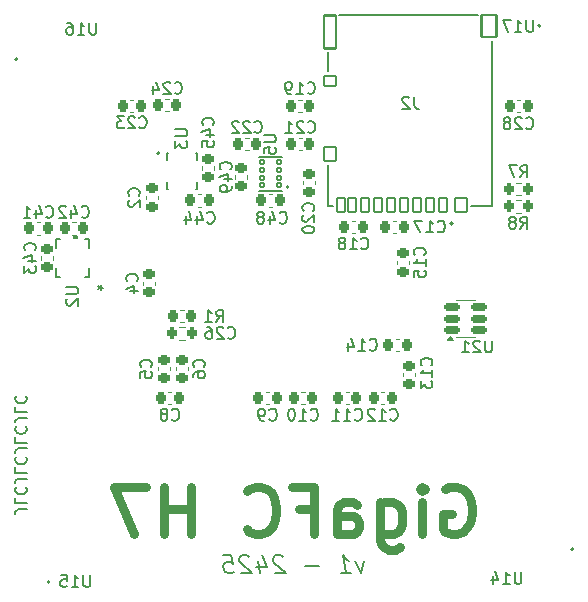
<source format=gbo>
G04 #@! TF.GenerationSoftware,KiCad,Pcbnew,9.0.2-9.0.2-0~ubuntu24.04.1*
G04 #@! TF.CreationDate,2025-06-10T13:01:30-05:00*
G04 #@! TF.ProjectId,FC,46432e6b-6963-4616-945f-706362585858,rev?*
G04 #@! TF.SameCoordinates,Original*
G04 #@! TF.FileFunction,Legend,Bot*
G04 #@! TF.FilePolarity,Positive*
%FSLAX46Y46*%
G04 Gerber Fmt 4.6, Leading zero omitted, Abs format (unit mm)*
G04 Created by KiCad (PCBNEW 9.0.2-9.0.2-0~ubuntu24.04.1) date 2025-06-10 13:01:30*
%MOMM*%
%LPD*%
G01*
G04 APERTURE LIST*
G04 Aperture macros list*
%AMRoundRect*
0 Rectangle with rounded corners*
0 $1 Rounding radius*
0 $2 $3 $4 $5 $6 $7 $8 $9 X,Y pos of 4 corners*
0 Add a 4 corners polygon primitive as box body*
4,1,4,$2,$3,$4,$5,$6,$7,$8,$9,$2,$3,0*
0 Add four circle primitives for the rounded corners*
1,1,$1+$1,$2,$3*
1,1,$1+$1,$4,$5*
1,1,$1+$1,$6,$7*
1,1,$1+$1,$8,$9*
0 Add four rect primitives between the rounded corners*
20,1,$1+$1,$2,$3,$4,$5,0*
20,1,$1+$1,$4,$5,$6,$7,0*
20,1,$1+$1,$6,$7,$8,$9,0*
20,1,$1+$1,$8,$9,$2,$3,0*%
%AMRotRect*
0 Rectangle, with rotation*
0 The origin of the aperture is its center*
0 $1 length*
0 $2 width*
0 $3 Rotation angle, in degrees counterclockwise*
0 Add horizontal line*
21,1,$1,$2,0,0,$3*%
G04 Aperture macros list end*
%ADD10C,0.200000*%
%ADD11C,0.150000*%
%ADD12C,0.800000*%
%ADD13C,0.120000*%
%ADD14C,0.127000*%
%ADD15C,0.152400*%
%ADD16C,0.160000*%
%ADD17C,0.000000*%
%ADD18C,0.010000*%
%ADD19C,0.650000*%
%ADD20O,2.100000X1.000000*%
%ADD21O,1.800000X1.000000*%
%ADD22C,0.700000*%
%ADD23O,1.500000X0.800000*%
%ADD24RoundRect,0.225000X-0.250000X0.225000X-0.250000X-0.225000X0.250000X-0.225000X0.250000X0.225000X0*%
%ADD25RoundRect,0.225000X-0.225000X-0.250000X0.225000X-0.250000X0.225000X0.250000X-0.225000X0.250000X0*%
%ADD26RoundRect,0.200000X0.200000X0.275000X-0.200000X0.275000X-0.200000X-0.275000X0.200000X-0.275000X0*%
%ADD27RoundRect,0.225000X0.225000X0.250000X-0.225000X0.250000X-0.225000X-0.250000X0.225000X-0.250000X0*%
%ADD28RotRect,0.762000X0.508000X45.000000*%
%ADD29RoundRect,0.200000X-0.200000X-0.275000X0.200000X-0.275000X0.200000X0.275000X-0.200000X0.275000X0*%
%ADD30RoundRect,0.225000X0.250000X-0.225000X0.250000X0.225000X-0.250000X0.225000X-0.250000X-0.225000X0*%
%ADD31RoundRect,0.102000X-0.175000X-0.175000X0.175000X-0.175000X0.175000X0.175000X-0.175000X0.175000X0*%
%ADD32RoundRect,0.102000X-0.350000X-0.600000X0.350000X-0.600000X0.350000X0.600000X-0.350000X0.600000X0*%
%ADD33RoundRect,0.102000X-0.500000X-0.600000X0.500000X-0.600000X0.500000X0.600000X-0.500000X0.600000X0*%
%ADD34RoundRect,0.102000X-0.500000X-1.400000X0.500000X-1.400000X0.500000X1.400000X-0.500000X1.400000X0*%
%ADD35RoundRect,0.102000X-0.650000X-0.950000X0.650000X-0.950000X0.650000X0.950000X-0.650000X0.950000X0*%
%ADD36RoundRect,0.102000X-0.500000X-0.400000X0.500000X-0.400000X0.500000X0.400000X-0.500000X0.400000X0*%
%ADD37RotRect,0.762000X0.508000X315.000000*%
%ADD38R,0.254000X0.431800*%
%ADD39R,0.431800X0.254000*%
%ADD40RotRect,0.762000X0.508000X225.000000*%
%ADD41RotRect,0.762000X0.508000X135.000000*%
%ADD42RoundRect,0.150000X-0.512500X-0.150000X0.512500X-0.150000X0.512500X0.150000X-0.512500X0.150000X0*%
G04 APERTURE END LIST*
D10*
X180883926Y-96806028D02*
X180651784Y-97806028D01*
X180651784Y-97806028D02*
X180169641Y-96806028D01*
X178937498Y-97806028D02*
X179794641Y-97806028D01*
X179366069Y-97806028D02*
X179178569Y-96306028D01*
X179178569Y-96306028D02*
X179348212Y-96520314D01*
X179348212Y-96520314D02*
X179508927Y-96663171D01*
X179508927Y-96663171D02*
X179660712Y-96734600D01*
X177080356Y-97234600D02*
X175937499Y-97234600D01*
X174053570Y-96448885D02*
X173973213Y-96377457D01*
X173973213Y-96377457D02*
X173821427Y-96306028D01*
X173821427Y-96306028D02*
X173464284Y-96306028D01*
X173464284Y-96306028D02*
X173330356Y-96377457D01*
X173330356Y-96377457D02*
X173267856Y-96448885D01*
X173267856Y-96448885D02*
X173214284Y-96591742D01*
X173214284Y-96591742D02*
X173232141Y-96734600D01*
X173232141Y-96734600D02*
X173330356Y-96948885D01*
X173330356Y-96948885D02*
X174294641Y-97806028D01*
X174294641Y-97806028D02*
X173366070Y-97806028D01*
X171955356Y-96806028D02*
X172080356Y-97806028D01*
X172241070Y-96234600D02*
X172732142Y-97306028D01*
X172732142Y-97306028D02*
X171803570Y-97306028D01*
X171196428Y-96448885D02*
X171116071Y-96377457D01*
X171116071Y-96377457D02*
X170964285Y-96306028D01*
X170964285Y-96306028D02*
X170607142Y-96306028D01*
X170607142Y-96306028D02*
X170473214Y-96377457D01*
X170473214Y-96377457D02*
X170410714Y-96448885D01*
X170410714Y-96448885D02*
X170357142Y-96591742D01*
X170357142Y-96591742D02*
X170374999Y-96734600D01*
X170374999Y-96734600D02*
X170473214Y-96948885D01*
X170473214Y-96948885D02*
X171437499Y-97806028D01*
X171437499Y-97806028D02*
X170508928Y-97806028D01*
X168964286Y-96306028D02*
X169678571Y-96306028D01*
X169678571Y-96306028D02*
X169839286Y-97020314D01*
X169839286Y-97020314D02*
X169758928Y-96948885D01*
X169758928Y-96948885D02*
X169607143Y-96877457D01*
X169607143Y-96877457D02*
X169250000Y-96877457D01*
X169250000Y-96877457D02*
X169116071Y-96948885D01*
X169116071Y-96948885D02*
X169053571Y-97020314D01*
X169053571Y-97020314D02*
X169000000Y-97163171D01*
X169000000Y-97163171D02*
X169044643Y-97520314D01*
X169044643Y-97520314D02*
X169133928Y-97663171D01*
X169133928Y-97663171D02*
X169214286Y-97734600D01*
X169214286Y-97734600D02*
X169366071Y-97806028D01*
X169366071Y-97806028D02*
X169723214Y-97806028D01*
X169723214Y-97806028D02*
X169857143Y-97734600D01*
X169857143Y-97734600D02*
X169919643Y-97663171D01*
D11*
X152380180Y-92377506D02*
X151665895Y-92377506D01*
X151665895Y-92377506D02*
X151523038Y-92425125D01*
X151523038Y-92425125D02*
X151427800Y-92520363D01*
X151427800Y-92520363D02*
X151380180Y-92663220D01*
X151380180Y-92663220D02*
X151380180Y-92758458D01*
X151380180Y-91425125D02*
X151380180Y-91901315D01*
X151380180Y-91901315D02*
X152380180Y-91901315D01*
X151475419Y-90520363D02*
X151427800Y-90567982D01*
X151427800Y-90567982D02*
X151380180Y-90710839D01*
X151380180Y-90710839D02*
X151380180Y-90806077D01*
X151380180Y-90806077D02*
X151427800Y-90948934D01*
X151427800Y-90948934D02*
X151523038Y-91044172D01*
X151523038Y-91044172D02*
X151618276Y-91091791D01*
X151618276Y-91091791D02*
X151808752Y-91139410D01*
X151808752Y-91139410D02*
X151951609Y-91139410D01*
X151951609Y-91139410D02*
X152142085Y-91091791D01*
X152142085Y-91091791D02*
X152237323Y-91044172D01*
X152237323Y-91044172D02*
X152332561Y-90948934D01*
X152332561Y-90948934D02*
X152380180Y-90806077D01*
X152380180Y-90806077D02*
X152380180Y-90710839D01*
X152380180Y-90710839D02*
X152332561Y-90567982D01*
X152332561Y-90567982D02*
X152284942Y-90520363D01*
X152380180Y-89806077D02*
X151665895Y-89806077D01*
X151665895Y-89806077D02*
X151523038Y-89853696D01*
X151523038Y-89853696D02*
X151427800Y-89948934D01*
X151427800Y-89948934D02*
X151380180Y-90091791D01*
X151380180Y-90091791D02*
X151380180Y-90187029D01*
X151380180Y-88853696D02*
X151380180Y-89329886D01*
X151380180Y-89329886D02*
X152380180Y-89329886D01*
X151475419Y-87948934D02*
X151427800Y-87996553D01*
X151427800Y-87996553D02*
X151380180Y-88139410D01*
X151380180Y-88139410D02*
X151380180Y-88234648D01*
X151380180Y-88234648D02*
X151427800Y-88377505D01*
X151427800Y-88377505D02*
X151523038Y-88472743D01*
X151523038Y-88472743D02*
X151618276Y-88520362D01*
X151618276Y-88520362D02*
X151808752Y-88567981D01*
X151808752Y-88567981D02*
X151951609Y-88567981D01*
X151951609Y-88567981D02*
X152142085Y-88520362D01*
X152142085Y-88520362D02*
X152237323Y-88472743D01*
X152237323Y-88472743D02*
X152332561Y-88377505D01*
X152332561Y-88377505D02*
X152380180Y-88234648D01*
X152380180Y-88234648D02*
X152380180Y-88139410D01*
X152380180Y-88139410D02*
X152332561Y-87996553D01*
X152332561Y-87996553D02*
X152284942Y-87948934D01*
X152380180Y-87234648D02*
X151665895Y-87234648D01*
X151665895Y-87234648D02*
X151523038Y-87282267D01*
X151523038Y-87282267D02*
X151427800Y-87377505D01*
X151427800Y-87377505D02*
X151380180Y-87520362D01*
X151380180Y-87520362D02*
X151380180Y-87615600D01*
X151380180Y-86282267D02*
X151380180Y-86758457D01*
X151380180Y-86758457D02*
X152380180Y-86758457D01*
X151475419Y-85377505D02*
X151427800Y-85425124D01*
X151427800Y-85425124D02*
X151380180Y-85567981D01*
X151380180Y-85567981D02*
X151380180Y-85663219D01*
X151380180Y-85663219D02*
X151427800Y-85806076D01*
X151427800Y-85806076D02*
X151523038Y-85901314D01*
X151523038Y-85901314D02*
X151618276Y-85948933D01*
X151618276Y-85948933D02*
X151808752Y-85996552D01*
X151808752Y-85996552D02*
X151951609Y-85996552D01*
X151951609Y-85996552D02*
X152142085Y-85948933D01*
X152142085Y-85948933D02*
X152237323Y-85901314D01*
X152237323Y-85901314D02*
X152332561Y-85806076D01*
X152332561Y-85806076D02*
X152380180Y-85663219D01*
X152380180Y-85663219D02*
X152380180Y-85567981D01*
X152380180Y-85567981D02*
X152332561Y-85425124D01*
X152332561Y-85425124D02*
X152284942Y-85377505D01*
X152380180Y-84663219D02*
X151665895Y-84663219D01*
X151665895Y-84663219D02*
X151523038Y-84710838D01*
X151523038Y-84710838D02*
X151427800Y-84806076D01*
X151427800Y-84806076D02*
X151380180Y-84948933D01*
X151380180Y-84948933D02*
X151380180Y-85044171D01*
X151380180Y-83710838D02*
X151380180Y-84187028D01*
X151380180Y-84187028D02*
X152380180Y-84187028D01*
X151475419Y-82806076D02*
X151427800Y-82853695D01*
X151427800Y-82853695D02*
X151380180Y-82996552D01*
X151380180Y-82996552D02*
X151380180Y-83091790D01*
X151380180Y-83091790D02*
X151427800Y-83234647D01*
X151427800Y-83234647D02*
X151523038Y-83329885D01*
X151523038Y-83329885D02*
X151618276Y-83377504D01*
X151618276Y-83377504D02*
X151808752Y-83425123D01*
X151808752Y-83425123D02*
X151951609Y-83425123D01*
X151951609Y-83425123D02*
X152142085Y-83377504D01*
X152142085Y-83377504D02*
X152237323Y-83329885D01*
X152237323Y-83329885D02*
X152332561Y-83234647D01*
X152332561Y-83234647D02*
X152380180Y-83091790D01*
X152380180Y-83091790D02*
X152380180Y-82996552D01*
X152380180Y-82996552D02*
X152332561Y-82853695D01*
X152332561Y-82853695D02*
X152284942Y-82806076D01*
D12*
X187761904Y-90659352D02*
X188142857Y-90468876D01*
X188142857Y-90468876D02*
X188714285Y-90468876D01*
X188714285Y-90468876D02*
X189285714Y-90659352D01*
X189285714Y-90659352D02*
X189666666Y-91040304D01*
X189666666Y-91040304D02*
X189857143Y-91421257D01*
X189857143Y-91421257D02*
X190047619Y-92183161D01*
X190047619Y-92183161D02*
X190047619Y-92754590D01*
X190047619Y-92754590D02*
X189857143Y-93516495D01*
X189857143Y-93516495D02*
X189666666Y-93897447D01*
X189666666Y-93897447D02*
X189285714Y-94278400D01*
X189285714Y-94278400D02*
X188714285Y-94468876D01*
X188714285Y-94468876D02*
X188333333Y-94468876D01*
X188333333Y-94468876D02*
X187761904Y-94278400D01*
X187761904Y-94278400D02*
X187571428Y-94087923D01*
X187571428Y-94087923D02*
X187571428Y-92754590D01*
X187571428Y-92754590D02*
X188333333Y-92754590D01*
X185857143Y-94468876D02*
X185857143Y-91802209D01*
X185857143Y-90468876D02*
X186047619Y-90659352D01*
X186047619Y-90659352D02*
X185857143Y-90849828D01*
X185857143Y-90849828D02*
X185666666Y-90659352D01*
X185666666Y-90659352D02*
X185857143Y-90468876D01*
X185857143Y-90468876D02*
X185857143Y-90849828D01*
X182238095Y-91802209D02*
X182238095Y-95040304D01*
X182238095Y-95040304D02*
X182428571Y-95421257D01*
X182428571Y-95421257D02*
X182619047Y-95611733D01*
X182619047Y-95611733D02*
X183000000Y-95802209D01*
X183000000Y-95802209D02*
X183571428Y-95802209D01*
X183571428Y-95802209D02*
X183952381Y-95611733D01*
X182238095Y-94278400D02*
X182619047Y-94468876D01*
X182619047Y-94468876D02*
X183380952Y-94468876D01*
X183380952Y-94468876D02*
X183761904Y-94278400D01*
X183761904Y-94278400D02*
X183952381Y-94087923D01*
X183952381Y-94087923D02*
X184142857Y-93706971D01*
X184142857Y-93706971D02*
X184142857Y-92564114D01*
X184142857Y-92564114D02*
X183952381Y-92183161D01*
X183952381Y-92183161D02*
X183761904Y-91992685D01*
X183761904Y-91992685D02*
X183380952Y-91802209D01*
X183380952Y-91802209D02*
X182619047Y-91802209D01*
X182619047Y-91802209D02*
X182238095Y-91992685D01*
X178619047Y-94468876D02*
X178619047Y-92373638D01*
X178619047Y-92373638D02*
X178809523Y-91992685D01*
X178809523Y-91992685D02*
X179190475Y-91802209D01*
X179190475Y-91802209D02*
X179952380Y-91802209D01*
X179952380Y-91802209D02*
X180333333Y-91992685D01*
X178619047Y-94278400D02*
X178999999Y-94468876D01*
X178999999Y-94468876D02*
X179952380Y-94468876D01*
X179952380Y-94468876D02*
X180333333Y-94278400D01*
X180333333Y-94278400D02*
X180523809Y-93897447D01*
X180523809Y-93897447D02*
X180523809Y-93516495D01*
X180523809Y-93516495D02*
X180333333Y-93135542D01*
X180333333Y-93135542D02*
X179952380Y-92945066D01*
X179952380Y-92945066D02*
X178999999Y-92945066D01*
X178999999Y-92945066D02*
X178619047Y-92754590D01*
X175380951Y-92373638D02*
X176714285Y-92373638D01*
X176714285Y-94468876D02*
X176714285Y-90468876D01*
X176714285Y-90468876D02*
X174809523Y-90468876D01*
X170999999Y-94087923D02*
X171190475Y-94278400D01*
X171190475Y-94278400D02*
X171761904Y-94468876D01*
X171761904Y-94468876D02*
X172142856Y-94468876D01*
X172142856Y-94468876D02*
X172714285Y-94278400D01*
X172714285Y-94278400D02*
X173095237Y-93897447D01*
X173095237Y-93897447D02*
X173285714Y-93516495D01*
X173285714Y-93516495D02*
X173476190Y-92754590D01*
X173476190Y-92754590D02*
X173476190Y-92183161D01*
X173476190Y-92183161D02*
X173285714Y-91421257D01*
X173285714Y-91421257D02*
X173095237Y-91040304D01*
X173095237Y-91040304D02*
X172714285Y-90659352D01*
X172714285Y-90659352D02*
X172142856Y-90468876D01*
X172142856Y-90468876D02*
X171761904Y-90468876D01*
X171761904Y-90468876D02*
X171190475Y-90659352D01*
X171190475Y-90659352D02*
X170999999Y-90849828D01*
X166238095Y-94468876D02*
X166238095Y-90468876D01*
X166238095Y-92373638D02*
X163952380Y-92373638D01*
X163952380Y-94468876D02*
X163952380Y-90468876D01*
X162428571Y-90468876D02*
X159761904Y-90468876D01*
X159761904Y-90468876D02*
X161476190Y-94468876D01*
D11*
X153040580Y-70476842D02*
X153088200Y-70429223D01*
X153088200Y-70429223D02*
X153135819Y-70286366D01*
X153135819Y-70286366D02*
X153135819Y-70191128D01*
X153135819Y-70191128D02*
X153088200Y-70048271D01*
X153088200Y-70048271D02*
X152992961Y-69953033D01*
X152992961Y-69953033D02*
X152897723Y-69905414D01*
X152897723Y-69905414D02*
X152707247Y-69857795D01*
X152707247Y-69857795D02*
X152564390Y-69857795D01*
X152564390Y-69857795D02*
X152373914Y-69905414D01*
X152373914Y-69905414D02*
X152278676Y-69953033D01*
X152278676Y-69953033D02*
X152183438Y-70048271D01*
X152183438Y-70048271D02*
X152135819Y-70191128D01*
X152135819Y-70191128D02*
X152135819Y-70286366D01*
X152135819Y-70286366D02*
X152183438Y-70429223D01*
X152183438Y-70429223D02*
X152231057Y-70476842D01*
X152469152Y-71333985D02*
X153135819Y-71333985D01*
X152088200Y-71095890D02*
X152802485Y-70857795D01*
X152802485Y-70857795D02*
X152802485Y-71476842D01*
X152135819Y-71762557D02*
X152135819Y-72381604D01*
X152135819Y-72381604D02*
X152516771Y-72048271D01*
X152516771Y-72048271D02*
X152516771Y-72191128D01*
X152516771Y-72191128D02*
X152564390Y-72286366D01*
X152564390Y-72286366D02*
X152612009Y-72333985D01*
X152612009Y-72333985D02*
X152707247Y-72381604D01*
X152707247Y-72381604D02*
X152945342Y-72381604D01*
X152945342Y-72381604D02*
X153040580Y-72333985D01*
X153040580Y-72333985D02*
X153088200Y-72286366D01*
X153088200Y-72286366D02*
X153135819Y-72191128D01*
X153135819Y-72191128D02*
X153135819Y-71905414D01*
X153135819Y-71905414D02*
X153088200Y-71810176D01*
X153088200Y-71810176D02*
X153040580Y-71762557D01*
X180667857Y-70289580D02*
X180715476Y-70337200D01*
X180715476Y-70337200D02*
X180858333Y-70384819D01*
X180858333Y-70384819D02*
X180953571Y-70384819D01*
X180953571Y-70384819D02*
X181096428Y-70337200D01*
X181096428Y-70337200D02*
X181191666Y-70241961D01*
X181191666Y-70241961D02*
X181239285Y-70146723D01*
X181239285Y-70146723D02*
X181286904Y-69956247D01*
X181286904Y-69956247D02*
X181286904Y-69813390D01*
X181286904Y-69813390D02*
X181239285Y-69622914D01*
X181239285Y-69622914D02*
X181191666Y-69527676D01*
X181191666Y-69527676D02*
X181096428Y-69432438D01*
X181096428Y-69432438D02*
X180953571Y-69384819D01*
X180953571Y-69384819D02*
X180858333Y-69384819D01*
X180858333Y-69384819D02*
X180715476Y-69432438D01*
X180715476Y-69432438D02*
X180667857Y-69480057D01*
X179715476Y-70384819D02*
X180286904Y-70384819D01*
X180001190Y-70384819D02*
X180001190Y-69384819D01*
X180001190Y-69384819D02*
X180096428Y-69527676D01*
X180096428Y-69527676D02*
X180191666Y-69622914D01*
X180191666Y-69622914D02*
X180286904Y-69670533D01*
X179144047Y-69813390D02*
X179239285Y-69765771D01*
X179239285Y-69765771D02*
X179286904Y-69718152D01*
X179286904Y-69718152D02*
X179334523Y-69622914D01*
X179334523Y-69622914D02*
X179334523Y-69575295D01*
X179334523Y-69575295D02*
X179286904Y-69480057D01*
X179286904Y-69480057D02*
X179239285Y-69432438D01*
X179239285Y-69432438D02*
X179144047Y-69384819D01*
X179144047Y-69384819D02*
X178953571Y-69384819D01*
X178953571Y-69384819D02*
X178858333Y-69432438D01*
X178858333Y-69432438D02*
X178810714Y-69480057D01*
X178810714Y-69480057D02*
X178763095Y-69575295D01*
X178763095Y-69575295D02*
X178763095Y-69622914D01*
X178763095Y-69622914D02*
X178810714Y-69718152D01*
X178810714Y-69718152D02*
X178858333Y-69765771D01*
X178858333Y-69765771D02*
X178953571Y-69813390D01*
X178953571Y-69813390D02*
X179144047Y-69813390D01*
X179144047Y-69813390D02*
X179239285Y-69861009D01*
X179239285Y-69861009D02*
X179286904Y-69908628D01*
X179286904Y-69908628D02*
X179334523Y-70003866D01*
X179334523Y-70003866D02*
X179334523Y-70194342D01*
X179334523Y-70194342D02*
X179286904Y-70289580D01*
X179286904Y-70289580D02*
X179239285Y-70337200D01*
X179239285Y-70337200D02*
X179144047Y-70384819D01*
X179144047Y-70384819D02*
X178953571Y-70384819D01*
X178953571Y-70384819D02*
X178858333Y-70337200D01*
X178858333Y-70337200D02*
X178810714Y-70289580D01*
X178810714Y-70289580D02*
X178763095Y-70194342D01*
X178763095Y-70194342D02*
X178763095Y-70003866D01*
X178763095Y-70003866D02*
X178810714Y-69908628D01*
X178810714Y-69908628D02*
X178858333Y-69861009D01*
X178858333Y-69861009D02*
X178953571Y-69813390D01*
X168416666Y-76524819D02*
X168749999Y-76048628D01*
X168988094Y-76524819D02*
X168988094Y-75524819D01*
X168988094Y-75524819D02*
X168607142Y-75524819D01*
X168607142Y-75524819D02*
X168511904Y-75572438D01*
X168511904Y-75572438D02*
X168464285Y-75620057D01*
X168464285Y-75620057D02*
X168416666Y-75715295D01*
X168416666Y-75715295D02*
X168416666Y-75858152D01*
X168416666Y-75858152D02*
X168464285Y-75953390D01*
X168464285Y-75953390D02*
X168511904Y-76001009D01*
X168511904Y-76001009D02*
X168607142Y-76048628D01*
X168607142Y-76048628D02*
X168988094Y-76048628D01*
X167464285Y-76524819D02*
X168035713Y-76524819D01*
X167749999Y-76524819D02*
X167749999Y-75524819D01*
X167749999Y-75524819D02*
X167845237Y-75667676D01*
X167845237Y-75667676D02*
X167940475Y-75762914D01*
X167940475Y-75762914D02*
X168035713Y-75810533D01*
X167359580Y-80333333D02*
X167407200Y-80285714D01*
X167407200Y-80285714D02*
X167454819Y-80142857D01*
X167454819Y-80142857D02*
X167454819Y-80047619D01*
X167454819Y-80047619D02*
X167407200Y-79904762D01*
X167407200Y-79904762D02*
X167311961Y-79809524D01*
X167311961Y-79809524D02*
X167216723Y-79761905D01*
X167216723Y-79761905D02*
X167026247Y-79714286D01*
X167026247Y-79714286D02*
X166883390Y-79714286D01*
X166883390Y-79714286D02*
X166692914Y-79761905D01*
X166692914Y-79761905D02*
X166597676Y-79809524D01*
X166597676Y-79809524D02*
X166502438Y-79904762D01*
X166502438Y-79904762D02*
X166454819Y-80047619D01*
X166454819Y-80047619D02*
X166454819Y-80142857D01*
X166454819Y-80142857D02*
X166502438Y-80285714D01*
X166502438Y-80285714D02*
X166550057Y-80333333D01*
X166454819Y-81190476D02*
X166454819Y-81000000D01*
X166454819Y-81000000D02*
X166502438Y-80904762D01*
X166502438Y-80904762D02*
X166550057Y-80857143D01*
X166550057Y-80857143D02*
X166692914Y-80761905D01*
X166692914Y-80761905D02*
X166883390Y-80714286D01*
X166883390Y-80714286D02*
X167264342Y-80714286D01*
X167264342Y-80714286D02*
X167359580Y-80761905D01*
X167359580Y-80761905D02*
X167407200Y-80809524D01*
X167407200Y-80809524D02*
X167454819Y-80904762D01*
X167454819Y-80904762D02*
X167454819Y-81095238D01*
X167454819Y-81095238D02*
X167407200Y-81190476D01*
X167407200Y-81190476D02*
X167359580Y-81238095D01*
X167359580Y-81238095D02*
X167264342Y-81285714D01*
X167264342Y-81285714D02*
X167026247Y-81285714D01*
X167026247Y-81285714D02*
X166931009Y-81238095D01*
X166931009Y-81238095D02*
X166883390Y-81190476D01*
X166883390Y-81190476D02*
X166835771Y-81095238D01*
X166835771Y-81095238D02*
X166835771Y-80904762D01*
X166835771Y-80904762D02*
X166883390Y-80809524D01*
X166883390Y-80809524D02*
X166931009Y-80761905D01*
X166931009Y-80761905D02*
X167026247Y-80714286D01*
X171642857Y-60429580D02*
X171690476Y-60477200D01*
X171690476Y-60477200D02*
X171833333Y-60524819D01*
X171833333Y-60524819D02*
X171928571Y-60524819D01*
X171928571Y-60524819D02*
X172071428Y-60477200D01*
X172071428Y-60477200D02*
X172166666Y-60381961D01*
X172166666Y-60381961D02*
X172214285Y-60286723D01*
X172214285Y-60286723D02*
X172261904Y-60096247D01*
X172261904Y-60096247D02*
X172261904Y-59953390D01*
X172261904Y-59953390D02*
X172214285Y-59762914D01*
X172214285Y-59762914D02*
X172166666Y-59667676D01*
X172166666Y-59667676D02*
X172071428Y-59572438D01*
X172071428Y-59572438D02*
X171928571Y-59524819D01*
X171928571Y-59524819D02*
X171833333Y-59524819D01*
X171833333Y-59524819D02*
X171690476Y-59572438D01*
X171690476Y-59572438D02*
X171642857Y-59620057D01*
X171261904Y-59620057D02*
X171214285Y-59572438D01*
X171214285Y-59572438D02*
X171119047Y-59524819D01*
X171119047Y-59524819D02*
X170880952Y-59524819D01*
X170880952Y-59524819D02*
X170785714Y-59572438D01*
X170785714Y-59572438D02*
X170738095Y-59620057D01*
X170738095Y-59620057D02*
X170690476Y-59715295D01*
X170690476Y-59715295D02*
X170690476Y-59810533D01*
X170690476Y-59810533D02*
X170738095Y-59953390D01*
X170738095Y-59953390D02*
X171309523Y-60524819D01*
X171309523Y-60524819D02*
X170690476Y-60524819D01*
X170309523Y-59620057D02*
X170261904Y-59572438D01*
X170261904Y-59572438D02*
X170166666Y-59524819D01*
X170166666Y-59524819D02*
X169928571Y-59524819D01*
X169928571Y-59524819D02*
X169833333Y-59572438D01*
X169833333Y-59572438D02*
X169785714Y-59620057D01*
X169785714Y-59620057D02*
X169738095Y-59715295D01*
X169738095Y-59715295D02*
X169738095Y-59810533D01*
X169738095Y-59810533D02*
X169785714Y-59953390D01*
X169785714Y-59953390D02*
X170357142Y-60524819D01*
X170357142Y-60524819D02*
X169738095Y-60524819D01*
X176167857Y-60429580D02*
X176215476Y-60477200D01*
X176215476Y-60477200D02*
X176358333Y-60524819D01*
X176358333Y-60524819D02*
X176453571Y-60524819D01*
X176453571Y-60524819D02*
X176596428Y-60477200D01*
X176596428Y-60477200D02*
X176691666Y-60381961D01*
X176691666Y-60381961D02*
X176739285Y-60286723D01*
X176739285Y-60286723D02*
X176786904Y-60096247D01*
X176786904Y-60096247D02*
X176786904Y-59953390D01*
X176786904Y-59953390D02*
X176739285Y-59762914D01*
X176739285Y-59762914D02*
X176691666Y-59667676D01*
X176691666Y-59667676D02*
X176596428Y-59572438D01*
X176596428Y-59572438D02*
X176453571Y-59524819D01*
X176453571Y-59524819D02*
X176358333Y-59524819D01*
X176358333Y-59524819D02*
X176215476Y-59572438D01*
X176215476Y-59572438D02*
X176167857Y-59620057D01*
X175786904Y-59620057D02*
X175739285Y-59572438D01*
X175739285Y-59572438D02*
X175644047Y-59524819D01*
X175644047Y-59524819D02*
X175405952Y-59524819D01*
X175405952Y-59524819D02*
X175310714Y-59572438D01*
X175310714Y-59572438D02*
X175263095Y-59620057D01*
X175263095Y-59620057D02*
X175215476Y-59715295D01*
X175215476Y-59715295D02*
X175215476Y-59810533D01*
X175215476Y-59810533D02*
X175263095Y-59953390D01*
X175263095Y-59953390D02*
X175834523Y-60524819D01*
X175834523Y-60524819D02*
X175215476Y-60524819D01*
X174263095Y-60524819D02*
X174834523Y-60524819D01*
X174548809Y-60524819D02*
X174548809Y-59524819D01*
X174548809Y-59524819D02*
X174644047Y-59667676D01*
X174644047Y-59667676D02*
X174739285Y-59762914D01*
X174739285Y-59762914D02*
X174834523Y-59810533D01*
X164954819Y-60238095D02*
X165764342Y-60238095D01*
X165764342Y-60238095D02*
X165859580Y-60285714D01*
X165859580Y-60285714D02*
X165907200Y-60333333D01*
X165907200Y-60333333D02*
X165954819Y-60428571D01*
X165954819Y-60428571D02*
X165954819Y-60619047D01*
X165954819Y-60619047D02*
X165907200Y-60714285D01*
X165907200Y-60714285D02*
X165859580Y-60761904D01*
X165859580Y-60761904D02*
X165764342Y-60809523D01*
X165764342Y-60809523D02*
X164954819Y-60809523D01*
X164954819Y-61190476D02*
X164954819Y-61809523D01*
X164954819Y-61809523D02*
X165335771Y-61476190D01*
X165335771Y-61476190D02*
X165335771Y-61619047D01*
X165335771Y-61619047D02*
X165383390Y-61714285D01*
X165383390Y-61714285D02*
X165431009Y-61761904D01*
X165431009Y-61761904D02*
X165526247Y-61809523D01*
X165526247Y-61809523D02*
X165764342Y-61809523D01*
X165764342Y-61809523D02*
X165859580Y-61761904D01*
X165859580Y-61761904D02*
X165907200Y-61714285D01*
X165907200Y-61714285D02*
X165954819Y-61619047D01*
X165954819Y-61619047D02*
X165954819Y-61333333D01*
X165954819Y-61333333D02*
X165907200Y-61238095D01*
X165907200Y-61238095D02*
X165859580Y-61190476D01*
X194166666Y-64274819D02*
X194499999Y-63798628D01*
X194738094Y-64274819D02*
X194738094Y-63274819D01*
X194738094Y-63274819D02*
X194357142Y-63274819D01*
X194357142Y-63274819D02*
X194261904Y-63322438D01*
X194261904Y-63322438D02*
X194214285Y-63370057D01*
X194214285Y-63370057D02*
X194166666Y-63465295D01*
X194166666Y-63465295D02*
X194166666Y-63608152D01*
X194166666Y-63608152D02*
X194214285Y-63703390D01*
X194214285Y-63703390D02*
X194261904Y-63751009D01*
X194261904Y-63751009D02*
X194357142Y-63798628D01*
X194357142Y-63798628D02*
X194738094Y-63798628D01*
X193833332Y-63274819D02*
X193166666Y-63274819D01*
X193166666Y-63274819D02*
X193595237Y-64274819D01*
X158238094Y-51204819D02*
X158238094Y-52014342D01*
X158238094Y-52014342D02*
X158190475Y-52109580D01*
X158190475Y-52109580D02*
X158142856Y-52157200D01*
X158142856Y-52157200D02*
X158047618Y-52204819D01*
X158047618Y-52204819D02*
X157857142Y-52204819D01*
X157857142Y-52204819D02*
X157761904Y-52157200D01*
X157761904Y-52157200D02*
X157714285Y-52109580D01*
X157714285Y-52109580D02*
X157666666Y-52014342D01*
X157666666Y-52014342D02*
X157666666Y-51204819D01*
X156666666Y-52204819D02*
X157238094Y-52204819D01*
X156952380Y-52204819D02*
X156952380Y-51204819D01*
X156952380Y-51204819D02*
X157047618Y-51347676D01*
X157047618Y-51347676D02*
X157142856Y-51442914D01*
X157142856Y-51442914D02*
X157238094Y-51490533D01*
X155809523Y-51204819D02*
X155999999Y-51204819D01*
X155999999Y-51204819D02*
X156095237Y-51252438D01*
X156095237Y-51252438D02*
X156142856Y-51300057D01*
X156142856Y-51300057D02*
X156238094Y-51442914D01*
X156238094Y-51442914D02*
X156285713Y-51633390D01*
X156285713Y-51633390D02*
X156285713Y-52014342D01*
X156285713Y-52014342D02*
X156238094Y-52109580D01*
X156238094Y-52109580D02*
X156190475Y-52157200D01*
X156190475Y-52157200D02*
X156095237Y-52204819D01*
X156095237Y-52204819D02*
X155904761Y-52204819D01*
X155904761Y-52204819D02*
X155809523Y-52157200D01*
X155809523Y-52157200D02*
X155761904Y-52109580D01*
X155761904Y-52109580D02*
X155714285Y-52014342D01*
X155714285Y-52014342D02*
X155714285Y-51776247D01*
X155714285Y-51776247D02*
X155761904Y-51681009D01*
X155761904Y-51681009D02*
X155809523Y-51633390D01*
X155809523Y-51633390D02*
X155904761Y-51585771D01*
X155904761Y-51585771D02*
X156095237Y-51585771D01*
X156095237Y-51585771D02*
X156190475Y-51633390D01*
X156190475Y-51633390D02*
X156238094Y-51681009D01*
X156238094Y-51681009D02*
X156285713Y-51776247D01*
X183142857Y-84789580D02*
X183190476Y-84837200D01*
X183190476Y-84837200D02*
X183333333Y-84884819D01*
X183333333Y-84884819D02*
X183428571Y-84884819D01*
X183428571Y-84884819D02*
X183571428Y-84837200D01*
X183571428Y-84837200D02*
X183666666Y-84741961D01*
X183666666Y-84741961D02*
X183714285Y-84646723D01*
X183714285Y-84646723D02*
X183761904Y-84456247D01*
X183761904Y-84456247D02*
X183761904Y-84313390D01*
X183761904Y-84313390D02*
X183714285Y-84122914D01*
X183714285Y-84122914D02*
X183666666Y-84027676D01*
X183666666Y-84027676D02*
X183571428Y-83932438D01*
X183571428Y-83932438D02*
X183428571Y-83884819D01*
X183428571Y-83884819D02*
X183333333Y-83884819D01*
X183333333Y-83884819D02*
X183190476Y-83932438D01*
X183190476Y-83932438D02*
X183142857Y-83980057D01*
X182190476Y-84884819D02*
X182761904Y-84884819D01*
X182476190Y-84884819D02*
X182476190Y-83884819D01*
X182476190Y-83884819D02*
X182571428Y-84027676D01*
X182571428Y-84027676D02*
X182666666Y-84122914D01*
X182666666Y-84122914D02*
X182761904Y-84170533D01*
X181809523Y-83980057D02*
X181761904Y-83932438D01*
X181761904Y-83932438D02*
X181666666Y-83884819D01*
X181666666Y-83884819D02*
X181428571Y-83884819D01*
X181428571Y-83884819D02*
X181333333Y-83932438D01*
X181333333Y-83932438D02*
X181285714Y-83980057D01*
X181285714Y-83980057D02*
X181238095Y-84075295D01*
X181238095Y-84075295D02*
X181238095Y-84170533D01*
X181238095Y-84170533D02*
X181285714Y-84313390D01*
X181285714Y-84313390D02*
X181857142Y-84884819D01*
X181857142Y-84884819D02*
X181238095Y-84884819D01*
X181392857Y-78859580D02*
X181440476Y-78907200D01*
X181440476Y-78907200D02*
X181583333Y-78954819D01*
X181583333Y-78954819D02*
X181678571Y-78954819D01*
X181678571Y-78954819D02*
X181821428Y-78907200D01*
X181821428Y-78907200D02*
X181916666Y-78811961D01*
X181916666Y-78811961D02*
X181964285Y-78716723D01*
X181964285Y-78716723D02*
X182011904Y-78526247D01*
X182011904Y-78526247D02*
X182011904Y-78383390D01*
X182011904Y-78383390D02*
X181964285Y-78192914D01*
X181964285Y-78192914D02*
X181916666Y-78097676D01*
X181916666Y-78097676D02*
X181821428Y-78002438D01*
X181821428Y-78002438D02*
X181678571Y-77954819D01*
X181678571Y-77954819D02*
X181583333Y-77954819D01*
X181583333Y-77954819D02*
X181440476Y-78002438D01*
X181440476Y-78002438D02*
X181392857Y-78050057D01*
X180440476Y-78954819D02*
X181011904Y-78954819D01*
X180726190Y-78954819D02*
X180726190Y-77954819D01*
X180726190Y-77954819D02*
X180821428Y-78097676D01*
X180821428Y-78097676D02*
X180916666Y-78192914D01*
X180916666Y-78192914D02*
X181011904Y-78240533D01*
X179583333Y-78288152D02*
X179583333Y-78954819D01*
X179821428Y-77907200D02*
X180059523Y-78621485D01*
X180059523Y-78621485D02*
X179440476Y-78621485D01*
X186609580Y-80216562D02*
X186657200Y-80168943D01*
X186657200Y-80168943D02*
X186704819Y-80026086D01*
X186704819Y-80026086D02*
X186704819Y-79930848D01*
X186704819Y-79930848D02*
X186657200Y-79787991D01*
X186657200Y-79787991D02*
X186561961Y-79692753D01*
X186561961Y-79692753D02*
X186466723Y-79645134D01*
X186466723Y-79645134D02*
X186276247Y-79597515D01*
X186276247Y-79597515D02*
X186133390Y-79597515D01*
X186133390Y-79597515D02*
X185942914Y-79645134D01*
X185942914Y-79645134D02*
X185847676Y-79692753D01*
X185847676Y-79692753D02*
X185752438Y-79787991D01*
X185752438Y-79787991D02*
X185704819Y-79930848D01*
X185704819Y-79930848D02*
X185704819Y-80026086D01*
X185704819Y-80026086D02*
X185752438Y-80168943D01*
X185752438Y-80168943D02*
X185800057Y-80216562D01*
X186704819Y-81168943D02*
X186704819Y-80597515D01*
X186704819Y-80883229D02*
X185704819Y-80883229D01*
X185704819Y-80883229D02*
X185847676Y-80787991D01*
X185847676Y-80787991D02*
X185942914Y-80692753D01*
X185942914Y-80692753D02*
X185990533Y-80597515D01*
X185704819Y-81502277D02*
X185704819Y-82121324D01*
X185704819Y-82121324D02*
X186085771Y-81787991D01*
X186085771Y-81787991D02*
X186085771Y-81930848D01*
X186085771Y-81930848D02*
X186133390Y-82026086D01*
X186133390Y-82026086D02*
X186181009Y-82073705D01*
X186181009Y-82073705D02*
X186276247Y-82121324D01*
X186276247Y-82121324D02*
X186514342Y-82121324D01*
X186514342Y-82121324D02*
X186609580Y-82073705D01*
X186609580Y-82073705D02*
X186657200Y-82026086D01*
X186657200Y-82026086D02*
X186704819Y-81930848D01*
X186704819Y-81930848D02*
X186704819Y-81645134D01*
X186704819Y-81645134D02*
X186657200Y-81549896D01*
X186657200Y-81549896D02*
X186609580Y-81502277D01*
X161892857Y-60039580D02*
X161940476Y-60087200D01*
X161940476Y-60087200D02*
X162083333Y-60134819D01*
X162083333Y-60134819D02*
X162178571Y-60134819D01*
X162178571Y-60134819D02*
X162321428Y-60087200D01*
X162321428Y-60087200D02*
X162416666Y-59991961D01*
X162416666Y-59991961D02*
X162464285Y-59896723D01*
X162464285Y-59896723D02*
X162511904Y-59706247D01*
X162511904Y-59706247D02*
X162511904Y-59563390D01*
X162511904Y-59563390D02*
X162464285Y-59372914D01*
X162464285Y-59372914D02*
X162416666Y-59277676D01*
X162416666Y-59277676D02*
X162321428Y-59182438D01*
X162321428Y-59182438D02*
X162178571Y-59134819D01*
X162178571Y-59134819D02*
X162083333Y-59134819D01*
X162083333Y-59134819D02*
X161940476Y-59182438D01*
X161940476Y-59182438D02*
X161892857Y-59230057D01*
X161511904Y-59230057D02*
X161464285Y-59182438D01*
X161464285Y-59182438D02*
X161369047Y-59134819D01*
X161369047Y-59134819D02*
X161130952Y-59134819D01*
X161130952Y-59134819D02*
X161035714Y-59182438D01*
X161035714Y-59182438D02*
X160988095Y-59230057D01*
X160988095Y-59230057D02*
X160940476Y-59325295D01*
X160940476Y-59325295D02*
X160940476Y-59420533D01*
X160940476Y-59420533D02*
X160988095Y-59563390D01*
X160988095Y-59563390D02*
X161559523Y-60134819D01*
X161559523Y-60134819D02*
X160940476Y-60134819D01*
X160607142Y-59134819D02*
X159988095Y-59134819D01*
X159988095Y-59134819D02*
X160321428Y-59515771D01*
X160321428Y-59515771D02*
X160178571Y-59515771D01*
X160178571Y-59515771D02*
X160083333Y-59563390D01*
X160083333Y-59563390D02*
X160035714Y-59611009D01*
X160035714Y-59611009D02*
X159988095Y-59706247D01*
X159988095Y-59706247D02*
X159988095Y-59944342D01*
X159988095Y-59944342D02*
X160035714Y-60039580D01*
X160035714Y-60039580D02*
X160083333Y-60087200D01*
X160083333Y-60087200D02*
X160178571Y-60134819D01*
X160178571Y-60134819D02*
X160464285Y-60134819D01*
X160464285Y-60134819D02*
X160559523Y-60087200D01*
X160559523Y-60087200D02*
X160607142Y-60039580D01*
X176609580Y-67107142D02*
X176657200Y-67059523D01*
X176657200Y-67059523D02*
X176704819Y-66916666D01*
X176704819Y-66916666D02*
X176704819Y-66821428D01*
X176704819Y-66821428D02*
X176657200Y-66678571D01*
X176657200Y-66678571D02*
X176561961Y-66583333D01*
X176561961Y-66583333D02*
X176466723Y-66535714D01*
X176466723Y-66535714D02*
X176276247Y-66488095D01*
X176276247Y-66488095D02*
X176133390Y-66488095D01*
X176133390Y-66488095D02*
X175942914Y-66535714D01*
X175942914Y-66535714D02*
X175847676Y-66583333D01*
X175847676Y-66583333D02*
X175752438Y-66678571D01*
X175752438Y-66678571D02*
X175704819Y-66821428D01*
X175704819Y-66821428D02*
X175704819Y-66916666D01*
X175704819Y-66916666D02*
X175752438Y-67059523D01*
X175752438Y-67059523D02*
X175800057Y-67107142D01*
X175800057Y-67488095D02*
X175752438Y-67535714D01*
X175752438Y-67535714D02*
X175704819Y-67630952D01*
X175704819Y-67630952D02*
X175704819Y-67869047D01*
X175704819Y-67869047D02*
X175752438Y-67964285D01*
X175752438Y-67964285D02*
X175800057Y-68011904D01*
X175800057Y-68011904D02*
X175895295Y-68059523D01*
X175895295Y-68059523D02*
X175990533Y-68059523D01*
X175990533Y-68059523D02*
X176133390Y-68011904D01*
X176133390Y-68011904D02*
X176704819Y-67440476D01*
X176704819Y-67440476D02*
X176704819Y-68059523D01*
X175704819Y-68678571D02*
X175704819Y-68773809D01*
X175704819Y-68773809D02*
X175752438Y-68869047D01*
X175752438Y-68869047D02*
X175800057Y-68916666D01*
X175800057Y-68916666D02*
X175895295Y-68964285D01*
X175895295Y-68964285D02*
X176085771Y-69011904D01*
X176085771Y-69011904D02*
X176323866Y-69011904D01*
X176323866Y-69011904D02*
X176514342Y-68964285D01*
X176514342Y-68964285D02*
X176609580Y-68916666D01*
X176609580Y-68916666D02*
X176657200Y-68869047D01*
X176657200Y-68869047D02*
X176704819Y-68773809D01*
X176704819Y-68773809D02*
X176704819Y-68678571D01*
X176704819Y-68678571D02*
X176657200Y-68583333D01*
X176657200Y-68583333D02*
X176609580Y-68535714D01*
X176609580Y-68535714D02*
X176514342Y-68488095D01*
X176514342Y-68488095D02*
X176323866Y-68440476D01*
X176323866Y-68440476D02*
X176085771Y-68440476D01*
X176085771Y-68440476D02*
X175895295Y-68488095D01*
X175895295Y-68488095D02*
X175800057Y-68535714D01*
X175800057Y-68535714D02*
X175752438Y-68583333D01*
X175752438Y-68583333D02*
X175704819Y-68678571D01*
X176392857Y-84789580D02*
X176440476Y-84837200D01*
X176440476Y-84837200D02*
X176583333Y-84884819D01*
X176583333Y-84884819D02*
X176678571Y-84884819D01*
X176678571Y-84884819D02*
X176821428Y-84837200D01*
X176821428Y-84837200D02*
X176916666Y-84741961D01*
X176916666Y-84741961D02*
X176964285Y-84646723D01*
X176964285Y-84646723D02*
X177011904Y-84456247D01*
X177011904Y-84456247D02*
X177011904Y-84313390D01*
X177011904Y-84313390D02*
X176964285Y-84122914D01*
X176964285Y-84122914D02*
X176916666Y-84027676D01*
X176916666Y-84027676D02*
X176821428Y-83932438D01*
X176821428Y-83932438D02*
X176678571Y-83884819D01*
X176678571Y-83884819D02*
X176583333Y-83884819D01*
X176583333Y-83884819D02*
X176440476Y-83932438D01*
X176440476Y-83932438D02*
X176392857Y-83980057D01*
X175440476Y-84884819D02*
X176011904Y-84884819D01*
X175726190Y-84884819D02*
X175726190Y-83884819D01*
X175726190Y-83884819D02*
X175821428Y-84027676D01*
X175821428Y-84027676D02*
X175916666Y-84122914D01*
X175916666Y-84122914D02*
X176011904Y-84170533D01*
X174821428Y-83884819D02*
X174726190Y-83884819D01*
X174726190Y-83884819D02*
X174630952Y-83932438D01*
X174630952Y-83932438D02*
X174583333Y-83980057D01*
X174583333Y-83980057D02*
X174535714Y-84075295D01*
X174535714Y-84075295D02*
X174488095Y-84265771D01*
X174488095Y-84265771D02*
X174488095Y-84503866D01*
X174488095Y-84503866D02*
X174535714Y-84694342D01*
X174535714Y-84694342D02*
X174583333Y-84789580D01*
X174583333Y-84789580D02*
X174630952Y-84837200D01*
X174630952Y-84837200D02*
X174726190Y-84884819D01*
X174726190Y-84884819D02*
X174821428Y-84884819D01*
X174821428Y-84884819D02*
X174916666Y-84837200D01*
X174916666Y-84837200D02*
X174964285Y-84789580D01*
X174964285Y-84789580D02*
X175011904Y-84694342D01*
X175011904Y-84694342D02*
X175059523Y-84503866D01*
X175059523Y-84503866D02*
X175059523Y-84265771D01*
X175059523Y-84265771D02*
X175011904Y-84075295D01*
X175011904Y-84075295D02*
X174964285Y-83980057D01*
X174964285Y-83980057D02*
X174916666Y-83932438D01*
X174916666Y-83932438D02*
X174821428Y-83884819D01*
X194166666Y-68634819D02*
X194499999Y-68158628D01*
X194738094Y-68634819D02*
X194738094Y-67634819D01*
X194738094Y-67634819D02*
X194357142Y-67634819D01*
X194357142Y-67634819D02*
X194261904Y-67682438D01*
X194261904Y-67682438D02*
X194214285Y-67730057D01*
X194214285Y-67730057D02*
X194166666Y-67825295D01*
X194166666Y-67825295D02*
X194166666Y-67968152D01*
X194166666Y-67968152D02*
X194214285Y-68063390D01*
X194214285Y-68063390D02*
X194261904Y-68111009D01*
X194261904Y-68111009D02*
X194357142Y-68158628D01*
X194357142Y-68158628D02*
X194738094Y-68158628D01*
X193595237Y-68063390D02*
X193690475Y-68015771D01*
X193690475Y-68015771D02*
X193738094Y-67968152D01*
X193738094Y-67968152D02*
X193785713Y-67872914D01*
X193785713Y-67872914D02*
X193785713Y-67825295D01*
X193785713Y-67825295D02*
X193738094Y-67730057D01*
X193738094Y-67730057D02*
X193690475Y-67682438D01*
X193690475Y-67682438D02*
X193595237Y-67634819D01*
X193595237Y-67634819D02*
X193404761Y-67634819D01*
X193404761Y-67634819D02*
X193309523Y-67682438D01*
X193309523Y-67682438D02*
X193261904Y-67730057D01*
X193261904Y-67730057D02*
X193214285Y-67825295D01*
X193214285Y-67825295D02*
X193214285Y-67872914D01*
X193214285Y-67872914D02*
X193261904Y-67968152D01*
X193261904Y-67968152D02*
X193309523Y-68015771D01*
X193309523Y-68015771D02*
X193404761Y-68063390D01*
X193404761Y-68063390D02*
X193595237Y-68063390D01*
X193595237Y-68063390D02*
X193690475Y-68111009D01*
X193690475Y-68111009D02*
X193738094Y-68158628D01*
X193738094Y-68158628D02*
X193785713Y-68253866D01*
X193785713Y-68253866D02*
X193785713Y-68444342D01*
X193785713Y-68444342D02*
X193738094Y-68539580D01*
X193738094Y-68539580D02*
X193690475Y-68587200D01*
X193690475Y-68587200D02*
X193595237Y-68634819D01*
X193595237Y-68634819D02*
X193404761Y-68634819D01*
X193404761Y-68634819D02*
X193309523Y-68587200D01*
X193309523Y-68587200D02*
X193261904Y-68539580D01*
X193261904Y-68539580D02*
X193214285Y-68444342D01*
X193214285Y-68444342D02*
X193214285Y-68253866D01*
X193214285Y-68253866D02*
X193261904Y-68158628D01*
X193261904Y-68158628D02*
X193309523Y-68111009D01*
X193309523Y-68111009D02*
X193404761Y-68063390D01*
X186039580Y-70857142D02*
X186087200Y-70809523D01*
X186087200Y-70809523D02*
X186134819Y-70666666D01*
X186134819Y-70666666D02*
X186134819Y-70571428D01*
X186134819Y-70571428D02*
X186087200Y-70428571D01*
X186087200Y-70428571D02*
X185991961Y-70333333D01*
X185991961Y-70333333D02*
X185896723Y-70285714D01*
X185896723Y-70285714D02*
X185706247Y-70238095D01*
X185706247Y-70238095D02*
X185563390Y-70238095D01*
X185563390Y-70238095D02*
X185372914Y-70285714D01*
X185372914Y-70285714D02*
X185277676Y-70333333D01*
X185277676Y-70333333D02*
X185182438Y-70428571D01*
X185182438Y-70428571D02*
X185134819Y-70571428D01*
X185134819Y-70571428D02*
X185134819Y-70666666D01*
X185134819Y-70666666D02*
X185182438Y-70809523D01*
X185182438Y-70809523D02*
X185230057Y-70857142D01*
X186134819Y-71809523D02*
X186134819Y-71238095D01*
X186134819Y-71523809D02*
X185134819Y-71523809D01*
X185134819Y-71523809D02*
X185277676Y-71428571D01*
X185277676Y-71428571D02*
X185372914Y-71333333D01*
X185372914Y-71333333D02*
X185420533Y-71238095D01*
X185134819Y-72714285D02*
X185134819Y-72238095D01*
X185134819Y-72238095D02*
X185611009Y-72190476D01*
X185611009Y-72190476D02*
X185563390Y-72238095D01*
X185563390Y-72238095D02*
X185515771Y-72333333D01*
X185515771Y-72333333D02*
X185515771Y-72571428D01*
X185515771Y-72571428D02*
X185563390Y-72666666D01*
X185563390Y-72666666D02*
X185611009Y-72714285D01*
X185611009Y-72714285D02*
X185706247Y-72761904D01*
X185706247Y-72761904D02*
X185944342Y-72761904D01*
X185944342Y-72761904D02*
X186039580Y-72714285D01*
X186039580Y-72714285D02*
X186087200Y-72666666D01*
X186087200Y-72666666D02*
X186134819Y-72571428D01*
X186134819Y-72571428D02*
X186134819Y-72333333D01*
X186134819Y-72333333D02*
X186087200Y-72238095D01*
X186087200Y-72238095D02*
X186039580Y-72190476D01*
X172454819Y-60738095D02*
X173264342Y-60738095D01*
X173264342Y-60738095D02*
X173359580Y-60785714D01*
X173359580Y-60785714D02*
X173407200Y-60833333D01*
X173407200Y-60833333D02*
X173454819Y-60928571D01*
X173454819Y-60928571D02*
X173454819Y-61119047D01*
X173454819Y-61119047D02*
X173407200Y-61214285D01*
X173407200Y-61214285D02*
X173359580Y-61261904D01*
X173359580Y-61261904D02*
X173264342Y-61309523D01*
X173264342Y-61309523D02*
X172454819Y-61309523D01*
X172454819Y-62261904D02*
X172454819Y-61785714D01*
X172454819Y-61785714D02*
X172931009Y-61738095D01*
X172931009Y-61738095D02*
X172883390Y-61785714D01*
X172883390Y-61785714D02*
X172835771Y-61880952D01*
X172835771Y-61880952D02*
X172835771Y-62119047D01*
X172835771Y-62119047D02*
X172883390Y-62214285D01*
X172883390Y-62214285D02*
X172931009Y-62261904D01*
X172931009Y-62261904D02*
X173026247Y-62309523D01*
X173026247Y-62309523D02*
X173264342Y-62309523D01*
X173264342Y-62309523D02*
X173359580Y-62261904D01*
X173359580Y-62261904D02*
X173407200Y-62214285D01*
X173407200Y-62214285D02*
X173454819Y-62119047D01*
X173454819Y-62119047D02*
X173454819Y-61880952D01*
X173454819Y-61880952D02*
X173407200Y-61785714D01*
X173407200Y-61785714D02*
X173359580Y-61738095D01*
X168109580Y-59857142D02*
X168157200Y-59809523D01*
X168157200Y-59809523D02*
X168204819Y-59666666D01*
X168204819Y-59666666D02*
X168204819Y-59571428D01*
X168204819Y-59571428D02*
X168157200Y-59428571D01*
X168157200Y-59428571D02*
X168061961Y-59333333D01*
X168061961Y-59333333D02*
X167966723Y-59285714D01*
X167966723Y-59285714D02*
X167776247Y-59238095D01*
X167776247Y-59238095D02*
X167633390Y-59238095D01*
X167633390Y-59238095D02*
X167442914Y-59285714D01*
X167442914Y-59285714D02*
X167347676Y-59333333D01*
X167347676Y-59333333D02*
X167252438Y-59428571D01*
X167252438Y-59428571D02*
X167204819Y-59571428D01*
X167204819Y-59571428D02*
X167204819Y-59666666D01*
X167204819Y-59666666D02*
X167252438Y-59809523D01*
X167252438Y-59809523D02*
X167300057Y-59857142D01*
X167538152Y-60714285D02*
X168204819Y-60714285D01*
X167157200Y-60476190D02*
X167871485Y-60238095D01*
X167871485Y-60238095D02*
X167871485Y-60857142D01*
X167204819Y-61714285D02*
X167204819Y-61238095D01*
X167204819Y-61238095D02*
X167681009Y-61190476D01*
X167681009Y-61190476D02*
X167633390Y-61238095D01*
X167633390Y-61238095D02*
X167585771Y-61333333D01*
X167585771Y-61333333D02*
X167585771Y-61571428D01*
X167585771Y-61571428D02*
X167633390Y-61666666D01*
X167633390Y-61666666D02*
X167681009Y-61714285D01*
X167681009Y-61714285D02*
X167776247Y-61761904D01*
X167776247Y-61761904D02*
X168014342Y-61761904D01*
X168014342Y-61761904D02*
X168109580Y-61714285D01*
X168109580Y-61714285D02*
X168157200Y-61666666D01*
X168157200Y-61666666D02*
X168204819Y-61571428D01*
X168204819Y-61571428D02*
X168204819Y-61333333D01*
X168204819Y-61333333D02*
X168157200Y-61238095D01*
X168157200Y-61238095D02*
X168109580Y-61190476D01*
X169392857Y-77859580D02*
X169440476Y-77907200D01*
X169440476Y-77907200D02*
X169583333Y-77954819D01*
X169583333Y-77954819D02*
X169678571Y-77954819D01*
X169678571Y-77954819D02*
X169821428Y-77907200D01*
X169821428Y-77907200D02*
X169916666Y-77811961D01*
X169916666Y-77811961D02*
X169964285Y-77716723D01*
X169964285Y-77716723D02*
X170011904Y-77526247D01*
X170011904Y-77526247D02*
X170011904Y-77383390D01*
X170011904Y-77383390D02*
X169964285Y-77192914D01*
X169964285Y-77192914D02*
X169916666Y-77097676D01*
X169916666Y-77097676D02*
X169821428Y-77002438D01*
X169821428Y-77002438D02*
X169678571Y-76954819D01*
X169678571Y-76954819D02*
X169583333Y-76954819D01*
X169583333Y-76954819D02*
X169440476Y-77002438D01*
X169440476Y-77002438D02*
X169392857Y-77050057D01*
X169011904Y-77050057D02*
X168964285Y-77002438D01*
X168964285Y-77002438D02*
X168869047Y-76954819D01*
X168869047Y-76954819D02*
X168630952Y-76954819D01*
X168630952Y-76954819D02*
X168535714Y-77002438D01*
X168535714Y-77002438D02*
X168488095Y-77050057D01*
X168488095Y-77050057D02*
X168440476Y-77145295D01*
X168440476Y-77145295D02*
X168440476Y-77240533D01*
X168440476Y-77240533D02*
X168488095Y-77383390D01*
X168488095Y-77383390D02*
X169059523Y-77954819D01*
X169059523Y-77954819D02*
X168440476Y-77954819D01*
X167583333Y-76954819D02*
X167773809Y-76954819D01*
X167773809Y-76954819D02*
X167869047Y-77002438D01*
X167869047Y-77002438D02*
X167916666Y-77050057D01*
X167916666Y-77050057D02*
X168011904Y-77192914D01*
X168011904Y-77192914D02*
X168059523Y-77383390D01*
X168059523Y-77383390D02*
X168059523Y-77764342D01*
X168059523Y-77764342D02*
X168011904Y-77859580D01*
X168011904Y-77859580D02*
X167964285Y-77907200D01*
X167964285Y-77907200D02*
X167869047Y-77954819D01*
X167869047Y-77954819D02*
X167678571Y-77954819D01*
X167678571Y-77954819D02*
X167583333Y-77907200D01*
X167583333Y-77907200D02*
X167535714Y-77859580D01*
X167535714Y-77859580D02*
X167488095Y-77764342D01*
X167488095Y-77764342D02*
X167488095Y-77526247D01*
X167488095Y-77526247D02*
X167535714Y-77431009D01*
X167535714Y-77431009D02*
X167583333Y-77383390D01*
X167583333Y-77383390D02*
X167678571Y-77335771D01*
X167678571Y-77335771D02*
X167869047Y-77335771D01*
X167869047Y-77335771D02*
X167964285Y-77383390D01*
X167964285Y-77383390D02*
X168011904Y-77431009D01*
X168011904Y-77431009D02*
X168059523Y-77526247D01*
X154003857Y-67609580D02*
X154051476Y-67657200D01*
X154051476Y-67657200D02*
X154194333Y-67704819D01*
X154194333Y-67704819D02*
X154289571Y-67704819D01*
X154289571Y-67704819D02*
X154432428Y-67657200D01*
X154432428Y-67657200D02*
X154527666Y-67561961D01*
X154527666Y-67561961D02*
X154575285Y-67466723D01*
X154575285Y-67466723D02*
X154622904Y-67276247D01*
X154622904Y-67276247D02*
X154622904Y-67133390D01*
X154622904Y-67133390D02*
X154575285Y-66942914D01*
X154575285Y-66942914D02*
X154527666Y-66847676D01*
X154527666Y-66847676D02*
X154432428Y-66752438D01*
X154432428Y-66752438D02*
X154289571Y-66704819D01*
X154289571Y-66704819D02*
X154194333Y-66704819D01*
X154194333Y-66704819D02*
X154051476Y-66752438D01*
X154051476Y-66752438D02*
X154003857Y-66800057D01*
X153146714Y-67038152D02*
X153146714Y-67704819D01*
X153384809Y-66657200D02*
X153622904Y-67371485D01*
X153622904Y-67371485D02*
X153003857Y-67371485D01*
X152099095Y-67704819D02*
X152670523Y-67704819D01*
X152384809Y-67704819D02*
X152384809Y-66704819D01*
X152384809Y-66704819D02*
X152480047Y-66847676D01*
X152480047Y-66847676D02*
X152575285Y-66942914D01*
X152575285Y-66942914D02*
X152670523Y-66990533D01*
X185158333Y-57479819D02*
X185158333Y-58194104D01*
X185158333Y-58194104D02*
X185205952Y-58336961D01*
X185205952Y-58336961D02*
X185301190Y-58432200D01*
X185301190Y-58432200D02*
X185444047Y-58479819D01*
X185444047Y-58479819D02*
X185539285Y-58479819D01*
X184729761Y-57575057D02*
X184682142Y-57527438D01*
X184682142Y-57527438D02*
X184586904Y-57479819D01*
X184586904Y-57479819D02*
X184348809Y-57479819D01*
X184348809Y-57479819D02*
X184253571Y-57527438D01*
X184253571Y-57527438D02*
X184205952Y-57575057D01*
X184205952Y-57575057D02*
X184158333Y-57670295D01*
X184158333Y-57670295D02*
X184158333Y-57765533D01*
X184158333Y-57765533D02*
X184205952Y-57908390D01*
X184205952Y-57908390D02*
X184777380Y-58479819D01*
X184777380Y-58479819D02*
X184158333Y-58479819D01*
X195238094Y-50954819D02*
X195238094Y-51764342D01*
X195238094Y-51764342D02*
X195190475Y-51859580D01*
X195190475Y-51859580D02*
X195142856Y-51907200D01*
X195142856Y-51907200D02*
X195047618Y-51954819D01*
X195047618Y-51954819D02*
X194857142Y-51954819D01*
X194857142Y-51954819D02*
X194761904Y-51907200D01*
X194761904Y-51907200D02*
X194714285Y-51859580D01*
X194714285Y-51859580D02*
X194666666Y-51764342D01*
X194666666Y-51764342D02*
X194666666Y-50954819D01*
X193666666Y-51954819D02*
X194238094Y-51954819D01*
X193952380Y-51954819D02*
X193952380Y-50954819D01*
X193952380Y-50954819D02*
X194047618Y-51097676D01*
X194047618Y-51097676D02*
X194142856Y-51192914D01*
X194142856Y-51192914D02*
X194238094Y-51240533D01*
X193333332Y-50954819D02*
X192666666Y-50954819D01*
X192666666Y-50954819D02*
X193095237Y-51954819D01*
X173783437Y-68109580D02*
X173831056Y-68157200D01*
X173831056Y-68157200D02*
X173973913Y-68204819D01*
X173973913Y-68204819D02*
X174069151Y-68204819D01*
X174069151Y-68204819D02*
X174212008Y-68157200D01*
X174212008Y-68157200D02*
X174307246Y-68061961D01*
X174307246Y-68061961D02*
X174354865Y-67966723D01*
X174354865Y-67966723D02*
X174402484Y-67776247D01*
X174402484Y-67776247D02*
X174402484Y-67633390D01*
X174402484Y-67633390D02*
X174354865Y-67442914D01*
X174354865Y-67442914D02*
X174307246Y-67347676D01*
X174307246Y-67347676D02*
X174212008Y-67252438D01*
X174212008Y-67252438D02*
X174069151Y-67204819D01*
X174069151Y-67204819D02*
X173973913Y-67204819D01*
X173973913Y-67204819D02*
X173831056Y-67252438D01*
X173831056Y-67252438D02*
X173783437Y-67300057D01*
X172926294Y-67538152D02*
X172926294Y-68204819D01*
X173164389Y-67157200D02*
X173402484Y-67871485D01*
X173402484Y-67871485D02*
X172783437Y-67871485D01*
X172259627Y-67633390D02*
X172354865Y-67585771D01*
X172354865Y-67585771D02*
X172402484Y-67538152D01*
X172402484Y-67538152D02*
X172450103Y-67442914D01*
X172450103Y-67442914D02*
X172450103Y-67395295D01*
X172450103Y-67395295D02*
X172402484Y-67300057D01*
X172402484Y-67300057D02*
X172354865Y-67252438D01*
X172354865Y-67252438D02*
X172259627Y-67204819D01*
X172259627Y-67204819D02*
X172069151Y-67204819D01*
X172069151Y-67204819D02*
X171973913Y-67252438D01*
X171973913Y-67252438D02*
X171926294Y-67300057D01*
X171926294Y-67300057D02*
X171878675Y-67395295D01*
X171878675Y-67395295D02*
X171878675Y-67442914D01*
X171878675Y-67442914D02*
X171926294Y-67538152D01*
X171926294Y-67538152D02*
X171973913Y-67585771D01*
X171973913Y-67585771D02*
X172069151Y-67633390D01*
X172069151Y-67633390D02*
X172259627Y-67633390D01*
X172259627Y-67633390D02*
X172354865Y-67681009D01*
X172354865Y-67681009D02*
X172402484Y-67728628D01*
X172402484Y-67728628D02*
X172450103Y-67823866D01*
X172450103Y-67823866D02*
X172450103Y-68014342D01*
X172450103Y-68014342D02*
X172402484Y-68109580D01*
X172402484Y-68109580D02*
X172354865Y-68157200D01*
X172354865Y-68157200D02*
X172259627Y-68204819D01*
X172259627Y-68204819D02*
X172069151Y-68204819D01*
X172069151Y-68204819D02*
X171973913Y-68157200D01*
X171973913Y-68157200D02*
X171926294Y-68109580D01*
X171926294Y-68109580D02*
X171878675Y-68014342D01*
X171878675Y-68014342D02*
X171878675Y-67823866D01*
X171878675Y-67823866D02*
X171926294Y-67728628D01*
X171926294Y-67728628D02*
X171973913Y-67681009D01*
X171973913Y-67681009D02*
X172069151Y-67633390D01*
X164892857Y-57129580D02*
X164940476Y-57177200D01*
X164940476Y-57177200D02*
X165083333Y-57224819D01*
X165083333Y-57224819D02*
X165178571Y-57224819D01*
X165178571Y-57224819D02*
X165321428Y-57177200D01*
X165321428Y-57177200D02*
X165416666Y-57081961D01*
X165416666Y-57081961D02*
X165464285Y-56986723D01*
X165464285Y-56986723D02*
X165511904Y-56796247D01*
X165511904Y-56796247D02*
X165511904Y-56653390D01*
X165511904Y-56653390D02*
X165464285Y-56462914D01*
X165464285Y-56462914D02*
X165416666Y-56367676D01*
X165416666Y-56367676D02*
X165321428Y-56272438D01*
X165321428Y-56272438D02*
X165178571Y-56224819D01*
X165178571Y-56224819D02*
X165083333Y-56224819D01*
X165083333Y-56224819D02*
X164940476Y-56272438D01*
X164940476Y-56272438D02*
X164892857Y-56320057D01*
X164511904Y-56320057D02*
X164464285Y-56272438D01*
X164464285Y-56272438D02*
X164369047Y-56224819D01*
X164369047Y-56224819D02*
X164130952Y-56224819D01*
X164130952Y-56224819D02*
X164035714Y-56272438D01*
X164035714Y-56272438D02*
X163988095Y-56320057D01*
X163988095Y-56320057D02*
X163940476Y-56415295D01*
X163940476Y-56415295D02*
X163940476Y-56510533D01*
X163940476Y-56510533D02*
X163988095Y-56653390D01*
X163988095Y-56653390D02*
X164559523Y-57224819D01*
X164559523Y-57224819D02*
X163940476Y-57224819D01*
X163083333Y-56558152D02*
X163083333Y-57224819D01*
X163321428Y-56177200D02*
X163559523Y-56891485D01*
X163559523Y-56891485D02*
X162940476Y-56891485D01*
X187142857Y-68859580D02*
X187190476Y-68907200D01*
X187190476Y-68907200D02*
X187333333Y-68954819D01*
X187333333Y-68954819D02*
X187428571Y-68954819D01*
X187428571Y-68954819D02*
X187571428Y-68907200D01*
X187571428Y-68907200D02*
X187666666Y-68811961D01*
X187666666Y-68811961D02*
X187714285Y-68716723D01*
X187714285Y-68716723D02*
X187761904Y-68526247D01*
X187761904Y-68526247D02*
X187761904Y-68383390D01*
X187761904Y-68383390D02*
X187714285Y-68192914D01*
X187714285Y-68192914D02*
X187666666Y-68097676D01*
X187666666Y-68097676D02*
X187571428Y-68002438D01*
X187571428Y-68002438D02*
X187428571Y-67954819D01*
X187428571Y-67954819D02*
X187333333Y-67954819D01*
X187333333Y-67954819D02*
X187190476Y-68002438D01*
X187190476Y-68002438D02*
X187142857Y-68050057D01*
X186190476Y-68954819D02*
X186761904Y-68954819D01*
X186476190Y-68954819D02*
X186476190Y-67954819D01*
X186476190Y-67954819D02*
X186571428Y-68097676D01*
X186571428Y-68097676D02*
X186666666Y-68192914D01*
X186666666Y-68192914D02*
X186761904Y-68240533D01*
X185857142Y-67954819D02*
X185190476Y-67954819D01*
X185190476Y-67954819D02*
X185619047Y-68954819D01*
X180142857Y-84789580D02*
X180190476Y-84837200D01*
X180190476Y-84837200D02*
X180333333Y-84884819D01*
X180333333Y-84884819D02*
X180428571Y-84884819D01*
X180428571Y-84884819D02*
X180571428Y-84837200D01*
X180571428Y-84837200D02*
X180666666Y-84741961D01*
X180666666Y-84741961D02*
X180714285Y-84646723D01*
X180714285Y-84646723D02*
X180761904Y-84456247D01*
X180761904Y-84456247D02*
X180761904Y-84313390D01*
X180761904Y-84313390D02*
X180714285Y-84122914D01*
X180714285Y-84122914D02*
X180666666Y-84027676D01*
X180666666Y-84027676D02*
X180571428Y-83932438D01*
X180571428Y-83932438D02*
X180428571Y-83884819D01*
X180428571Y-83884819D02*
X180333333Y-83884819D01*
X180333333Y-83884819D02*
X180190476Y-83932438D01*
X180190476Y-83932438D02*
X180142857Y-83980057D01*
X179190476Y-84884819D02*
X179761904Y-84884819D01*
X179476190Y-84884819D02*
X179476190Y-83884819D01*
X179476190Y-83884819D02*
X179571428Y-84027676D01*
X179571428Y-84027676D02*
X179666666Y-84122914D01*
X179666666Y-84122914D02*
X179761904Y-84170533D01*
X178238095Y-84884819D02*
X178809523Y-84884819D01*
X178523809Y-84884819D02*
X178523809Y-83884819D01*
X178523809Y-83884819D02*
X178619047Y-84027676D01*
X178619047Y-84027676D02*
X178714285Y-84122914D01*
X178714285Y-84122914D02*
X178809523Y-84170533D01*
X172916666Y-84789580D02*
X172964285Y-84837200D01*
X172964285Y-84837200D02*
X173107142Y-84884819D01*
X173107142Y-84884819D02*
X173202380Y-84884819D01*
X173202380Y-84884819D02*
X173345237Y-84837200D01*
X173345237Y-84837200D02*
X173440475Y-84741961D01*
X173440475Y-84741961D02*
X173488094Y-84646723D01*
X173488094Y-84646723D02*
X173535713Y-84456247D01*
X173535713Y-84456247D02*
X173535713Y-84313390D01*
X173535713Y-84313390D02*
X173488094Y-84122914D01*
X173488094Y-84122914D02*
X173440475Y-84027676D01*
X173440475Y-84027676D02*
X173345237Y-83932438D01*
X173345237Y-83932438D02*
X173202380Y-83884819D01*
X173202380Y-83884819D02*
X173107142Y-83884819D01*
X173107142Y-83884819D02*
X172964285Y-83932438D01*
X172964285Y-83932438D02*
X172916666Y-83980057D01*
X172440475Y-84884819D02*
X172249999Y-84884819D01*
X172249999Y-84884819D02*
X172154761Y-84837200D01*
X172154761Y-84837200D02*
X172107142Y-84789580D01*
X172107142Y-84789580D02*
X172011904Y-84646723D01*
X172011904Y-84646723D02*
X171964285Y-84456247D01*
X171964285Y-84456247D02*
X171964285Y-84075295D01*
X171964285Y-84075295D02*
X172011904Y-83980057D01*
X172011904Y-83980057D02*
X172059523Y-83932438D01*
X172059523Y-83932438D02*
X172154761Y-83884819D01*
X172154761Y-83884819D02*
X172345237Y-83884819D01*
X172345237Y-83884819D02*
X172440475Y-83932438D01*
X172440475Y-83932438D02*
X172488094Y-83980057D01*
X172488094Y-83980057D02*
X172535713Y-84075295D01*
X172535713Y-84075295D02*
X172535713Y-84313390D01*
X172535713Y-84313390D02*
X172488094Y-84408628D01*
X172488094Y-84408628D02*
X172440475Y-84456247D01*
X172440475Y-84456247D02*
X172345237Y-84503866D01*
X172345237Y-84503866D02*
X172154761Y-84503866D01*
X172154761Y-84503866D02*
X172059523Y-84456247D01*
X172059523Y-84456247D02*
X172011904Y-84408628D01*
X172011904Y-84408628D02*
X171964285Y-84313390D01*
X176142857Y-57139580D02*
X176190476Y-57187200D01*
X176190476Y-57187200D02*
X176333333Y-57234819D01*
X176333333Y-57234819D02*
X176428571Y-57234819D01*
X176428571Y-57234819D02*
X176571428Y-57187200D01*
X176571428Y-57187200D02*
X176666666Y-57091961D01*
X176666666Y-57091961D02*
X176714285Y-56996723D01*
X176714285Y-56996723D02*
X176761904Y-56806247D01*
X176761904Y-56806247D02*
X176761904Y-56663390D01*
X176761904Y-56663390D02*
X176714285Y-56472914D01*
X176714285Y-56472914D02*
X176666666Y-56377676D01*
X176666666Y-56377676D02*
X176571428Y-56282438D01*
X176571428Y-56282438D02*
X176428571Y-56234819D01*
X176428571Y-56234819D02*
X176333333Y-56234819D01*
X176333333Y-56234819D02*
X176190476Y-56282438D01*
X176190476Y-56282438D02*
X176142857Y-56330057D01*
X175190476Y-57234819D02*
X175761904Y-57234819D01*
X175476190Y-57234819D02*
X175476190Y-56234819D01*
X175476190Y-56234819D02*
X175571428Y-56377676D01*
X175571428Y-56377676D02*
X175666666Y-56472914D01*
X175666666Y-56472914D02*
X175761904Y-56520533D01*
X174714285Y-57234819D02*
X174523809Y-57234819D01*
X174523809Y-57234819D02*
X174428571Y-57187200D01*
X174428571Y-57187200D02*
X174380952Y-57139580D01*
X174380952Y-57139580D02*
X174285714Y-56996723D01*
X174285714Y-56996723D02*
X174238095Y-56806247D01*
X174238095Y-56806247D02*
X174238095Y-56425295D01*
X174238095Y-56425295D02*
X174285714Y-56330057D01*
X174285714Y-56330057D02*
X174333333Y-56282438D01*
X174333333Y-56282438D02*
X174428571Y-56234819D01*
X174428571Y-56234819D02*
X174619047Y-56234819D01*
X174619047Y-56234819D02*
X174714285Y-56282438D01*
X174714285Y-56282438D02*
X174761904Y-56330057D01*
X174761904Y-56330057D02*
X174809523Y-56425295D01*
X174809523Y-56425295D02*
X174809523Y-56663390D01*
X174809523Y-56663390D02*
X174761904Y-56758628D01*
X174761904Y-56758628D02*
X174714285Y-56806247D01*
X174714285Y-56806247D02*
X174619047Y-56853866D01*
X174619047Y-56853866D02*
X174428571Y-56853866D01*
X174428571Y-56853866D02*
X174333333Y-56806247D01*
X174333333Y-56806247D02*
X174285714Y-56758628D01*
X174285714Y-56758628D02*
X174238095Y-56663390D01*
X157003857Y-67609580D02*
X157051476Y-67657200D01*
X157051476Y-67657200D02*
X157194333Y-67704819D01*
X157194333Y-67704819D02*
X157289571Y-67704819D01*
X157289571Y-67704819D02*
X157432428Y-67657200D01*
X157432428Y-67657200D02*
X157527666Y-67561961D01*
X157527666Y-67561961D02*
X157575285Y-67466723D01*
X157575285Y-67466723D02*
X157622904Y-67276247D01*
X157622904Y-67276247D02*
X157622904Y-67133390D01*
X157622904Y-67133390D02*
X157575285Y-66942914D01*
X157575285Y-66942914D02*
X157527666Y-66847676D01*
X157527666Y-66847676D02*
X157432428Y-66752438D01*
X157432428Y-66752438D02*
X157289571Y-66704819D01*
X157289571Y-66704819D02*
X157194333Y-66704819D01*
X157194333Y-66704819D02*
X157051476Y-66752438D01*
X157051476Y-66752438D02*
X157003857Y-66800057D01*
X156146714Y-67038152D02*
X156146714Y-67704819D01*
X156384809Y-66657200D02*
X156622904Y-67371485D01*
X156622904Y-67371485D02*
X156003857Y-67371485D01*
X155670523Y-66800057D02*
X155622904Y-66752438D01*
X155622904Y-66752438D02*
X155527666Y-66704819D01*
X155527666Y-66704819D02*
X155289571Y-66704819D01*
X155289571Y-66704819D02*
X155194333Y-66752438D01*
X155194333Y-66752438D02*
X155146714Y-66800057D01*
X155146714Y-66800057D02*
X155099095Y-66895295D01*
X155099095Y-66895295D02*
X155099095Y-66990533D01*
X155099095Y-66990533D02*
X155146714Y-67133390D01*
X155146714Y-67133390D02*
X155718142Y-67704819D01*
X155718142Y-67704819D02*
X155099095Y-67704819D01*
X161679580Y-73083333D02*
X161727200Y-73035714D01*
X161727200Y-73035714D02*
X161774819Y-72892857D01*
X161774819Y-72892857D02*
X161774819Y-72797619D01*
X161774819Y-72797619D02*
X161727200Y-72654762D01*
X161727200Y-72654762D02*
X161631961Y-72559524D01*
X161631961Y-72559524D02*
X161536723Y-72511905D01*
X161536723Y-72511905D02*
X161346247Y-72464286D01*
X161346247Y-72464286D02*
X161203390Y-72464286D01*
X161203390Y-72464286D02*
X161012914Y-72511905D01*
X161012914Y-72511905D02*
X160917676Y-72559524D01*
X160917676Y-72559524D02*
X160822438Y-72654762D01*
X160822438Y-72654762D02*
X160774819Y-72797619D01*
X160774819Y-72797619D02*
X160774819Y-72892857D01*
X160774819Y-72892857D02*
X160822438Y-73035714D01*
X160822438Y-73035714D02*
X160870057Y-73083333D01*
X161108152Y-73940476D02*
X161774819Y-73940476D01*
X160727200Y-73702381D02*
X161441485Y-73464286D01*
X161441485Y-73464286D02*
X161441485Y-74083333D01*
X167642857Y-68109580D02*
X167690476Y-68157200D01*
X167690476Y-68157200D02*
X167833333Y-68204819D01*
X167833333Y-68204819D02*
X167928571Y-68204819D01*
X167928571Y-68204819D02*
X168071428Y-68157200D01*
X168071428Y-68157200D02*
X168166666Y-68061961D01*
X168166666Y-68061961D02*
X168214285Y-67966723D01*
X168214285Y-67966723D02*
X168261904Y-67776247D01*
X168261904Y-67776247D02*
X168261904Y-67633390D01*
X168261904Y-67633390D02*
X168214285Y-67442914D01*
X168214285Y-67442914D02*
X168166666Y-67347676D01*
X168166666Y-67347676D02*
X168071428Y-67252438D01*
X168071428Y-67252438D02*
X167928571Y-67204819D01*
X167928571Y-67204819D02*
X167833333Y-67204819D01*
X167833333Y-67204819D02*
X167690476Y-67252438D01*
X167690476Y-67252438D02*
X167642857Y-67300057D01*
X166785714Y-67538152D02*
X166785714Y-68204819D01*
X167023809Y-67157200D02*
X167261904Y-67871485D01*
X167261904Y-67871485D02*
X166642857Y-67871485D01*
X165833333Y-67538152D02*
X165833333Y-68204819D01*
X166071428Y-67157200D02*
X166309523Y-67871485D01*
X166309523Y-67871485D02*
X165690476Y-67871485D01*
X162859580Y-80333333D02*
X162907200Y-80285714D01*
X162907200Y-80285714D02*
X162954819Y-80142857D01*
X162954819Y-80142857D02*
X162954819Y-80047619D01*
X162954819Y-80047619D02*
X162907200Y-79904762D01*
X162907200Y-79904762D02*
X162811961Y-79809524D01*
X162811961Y-79809524D02*
X162716723Y-79761905D01*
X162716723Y-79761905D02*
X162526247Y-79714286D01*
X162526247Y-79714286D02*
X162383390Y-79714286D01*
X162383390Y-79714286D02*
X162192914Y-79761905D01*
X162192914Y-79761905D02*
X162097676Y-79809524D01*
X162097676Y-79809524D02*
X162002438Y-79904762D01*
X162002438Y-79904762D02*
X161954819Y-80047619D01*
X161954819Y-80047619D02*
X161954819Y-80142857D01*
X161954819Y-80142857D02*
X162002438Y-80285714D01*
X162002438Y-80285714D02*
X162050057Y-80333333D01*
X161954819Y-81238095D02*
X161954819Y-80761905D01*
X161954819Y-80761905D02*
X162431009Y-80714286D01*
X162431009Y-80714286D02*
X162383390Y-80761905D01*
X162383390Y-80761905D02*
X162335771Y-80857143D01*
X162335771Y-80857143D02*
X162335771Y-81095238D01*
X162335771Y-81095238D02*
X162383390Y-81190476D01*
X162383390Y-81190476D02*
X162431009Y-81238095D01*
X162431009Y-81238095D02*
X162526247Y-81285714D01*
X162526247Y-81285714D02*
X162764342Y-81285714D01*
X162764342Y-81285714D02*
X162859580Y-81238095D01*
X162859580Y-81238095D02*
X162907200Y-81190476D01*
X162907200Y-81190476D02*
X162954819Y-81095238D01*
X162954819Y-81095238D02*
X162954819Y-80857143D01*
X162954819Y-80857143D02*
X162907200Y-80761905D01*
X162907200Y-80761905D02*
X162859580Y-80714286D01*
X161859580Y-65833333D02*
X161907200Y-65785714D01*
X161907200Y-65785714D02*
X161954819Y-65642857D01*
X161954819Y-65642857D02*
X161954819Y-65547619D01*
X161954819Y-65547619D02*
X161907200Y-65404762D01*
X161907200Y-65404762D02*
X161811961Y-65309524D01*
X161811961Y-65309524D02*
X161716723Y-65261905D01*
X161716723Y-65261905D02*
X161526247Y-65214286D01*
X161526247Y-65214286D02*
X161383390Y-65214286D01*
X161383390Y-65214286D02*
X161192914Y-65261905D01*
X161192914Y-65261905D02*
X161097676Y-65309524D01*
X161097676Y-65309524D02*
X161002438Y-65404762D01*
X161002438Y-65404762D02*
X160954819Y-65547619D01*
X160954819Y-65547619D02*
X160954819Y-65642857D01*
X160954819Y-65642857D02*
X161002438Y-65785714D01*
X161002438Y-65785714D02*
X161050057Y-65833333D01*
X161050057Y-66214286D02*
X161002438Y-66261905D01*
X161002438Y-66261905D02*
X160954819Y-66357143D01*
X160954819Y-66357143D02*
X160954819Y-66595238D01*
X160954819Y-66595238D02*
X161002438Y-66690476D01*
X161002438Y-66690476D02*
X161050057Y-66738095D01*
X161050057Y-66738095D02*
X161145295Y-66785714D01*
X161145295Y-66785714D02*
X161240533Y-66785714D01*
X161240533Y-66785714D02*
X161383390Y-66738095D01*
X161383390Y-66738095D02*
X161954819Y-66166667D01*
X161954819Y-66166667D02*
X161954819Y-66785714D01*
X164641666Y-84789580D02*
X164689285Y-84837200D01*
X164689285Y-84837200D02*
X164832142Y-84884819D01*
X164832142Y-84884819D02*
X164927380Y-84884819D01*
X164927380Y-84884819D02*
X165070237Y-84837200D01*
X165070237Y-84837200D02*
X165165475Y-84741961D01*
X165165475Y-84741961D02*
X165213094Y-84646723D01*
X165213094Y-84646723D02*
X165260713Y-84456247D01*
X165260713Y-84456247D02*
X165260713Y-84313390D01*
X165260713Y-84313390D02*
X165213094Y-84122914D01*
X165213094Y-84122914D02*
X165165475Y-84027676D01*
X165165475Y-84027676D02*
X165070237Y-83932438D01*
X165070237Y-83932438D02*
X164927380Y-83884819D01*
X164927380Y-83884819D02*
X164832142Y-83884819D01*
X164832142Y-83884819D02*
X164689285Y-83932438D01*
X164689285Y-83932438D02*
X164641666Y-83980057D01*
X164070237Y-84313390D02*
X164165475Y-84265771D01*
X164165475Y-84265771D02*
X164213094Y-84218152D01*
X164213094Y-84218152D02*
X164260713Y-84122914D01*
X164260713Y-84122914D02*
X164260713Y-84075295D01*
X164260713Y-84075295D02*
X164213094Y-83980057D01*
X164213094Y-83980057D02*
X164165475Y-83932438D01*
X164165475Y-83932438D02*
X164070237Y-83884819D01*
X164070237Y-83884819D02*
X163879761Y-83884819D01*
X163879761Y-83884819D02*
X163784523Y-83932438D01*
X163784523Y-83932438D02*
X163736904Y-83980057D01*
X163736904Y-83980057D02*
X163689285Y-84075295D01*
X163689285Y-84075295D02*
X163689285Y-84122914D01*
X163689285Y-84122914D02*
X163736904Y-84218152D01*
X163736904Y-84218152D02*
X163784523Y-84265771D01*
X163784523Y-84265771D02*
X163879761Y-84313390D01*
X163879761Y-84313390D02*
X164070237Y-84313390D01*
X164070237Y-84313390D02*
X164165475Y-84361009D01*
X164165475Y-84361009D02*
X164213094Y-84408628D01*
X164213094Y-84408628D02*
X164260713Y-84503866D01*
X164260713Y-84503866D02*
X164260713Y-84694342D01*
X164260713Y-84694342D02*
X164213094Y-84789580D01*
X164213094Y-84789580D02*
X164165475Y-84837200D01*
X164165475Y-84837200D02*
X164070237Y-84884819D01*
X164070237Y-84884819D02*
X163879761Y-84884819D01*
X163879761Y-84884819D02*
X163784523Y-84837200D01*
X163784523Y-84837200D02*
X163736904Y-84789580D01*
X163736904Y-84789580D02*
X163689285Y-84694342D01*
X163689285Y-84694342D02*
X163689285Y-84503866D01*
X163689285Y-84503866D02*
X163736904Y-84408628D01*
X163736904Y-84408628D02*
X163784523Y-84361009D01*
X163784523Y-84361009D02*
X163879761Y-84313390D01*
X155708923Y-73569618D02*
X156518446Y-73569618D01*
X156518446Y-73569618D02*
X156613684Y-73617237D01*
X156613684Y-73617237D02*
X156661304Y-73664856D01*
X156661304Y-73664856D02*
X156708923Y-73760094D01*
X156708923Y-73760094D02*
X156708923Y-73950570D01*
X156708923Y-73950570D02*
X156661304Y-74045808D01*
X156661304Y-74045808D02*
X156613684Y-74093427D01*
X156613684Y-74093427D02*
X156518446Y-74141046D01*
X156518446Y-74141046D02*
X155708923Y-74141046D01*
X155804161Y-74569618D02*
X155756542Y-74617237D01*
X155756542Y-74617237D02*
X155708923Y-74712475D01*
X155708923Y-74712475D02*
X155708923Y-74950570D01*
X155708923Y-74950570D02*
X155756542Y-75045808D01*
X155756542Y-75045808D02*
X155804161Y-75093427D01*
X155804161Y-75093427D02*
X155899399Y-75141046D01*
X155899399Y-75141046D02*
X155994637Y-75141046D01*
X155994637Y-75141046D02*
X156137494Y-75093427D01*
X156137494Y-75093427D02*
X156708923Y-74521999D01*
X156708923Y-74521999D02*
X156708923Y-75141046D01*
X158795180Y-73619699D02*
X158557085Y-73619699D01*
X158652323Y-73857794D02*
X158557085Y-73619699D01*
X158557085Y-73619699D02*
X158652323Y-73381604D01*
X158366609Y-73762556D02*
X158557085Y-73619699D01*
X158557085Y-73619699D02*
X158366609Y-73476842D01*
X169609580Y-63607142D02*
X169657200Y-63559523D01*
X169657200Y-63559523D02*
X169704819Y-63416666D01*
X169704819Y-63416666D02*
X169704819Y-63321428D01*
X169704819Y-63321428D02*
X169657200Y-63178571D01*
X169657200Y-63178571D02*
X169561961Y-63083333D01*
X169561961Y-63083333D02*
X169466723Y-63035714D01*
X169466723Y-63035714D02*
X169276247Y-62988095D01*
X169276247Y-62988095D02*
X169133390Y-62988095D01*
X169133390Y-62988095D02*
X168942914Y-63035714D01*
X168942914Y-63035714D02*
X168847676Y-63083333D01*
X168847676Y-63083333D02*
X168752438Y-63178571D01*
X168752438Y-63178571D02*
X168704819Y-63321428D01*
X168704819Y-63321428D02*
X168704819Y-63416666D01*
X168704819Y-63416666D02*
X168752438Y-63559523D01*
X168752438Y-63559523D02*
X168800057Y-63607142D01*
X169038152Y-64464285D02*
X169704819Y-64464285D01*
X168657200Y-64226190D02*
X169371485Y-63988095D01*
X169371485Y-63988095D02*
X169371485Y-64607142D01*
X169704819Y-65035714D02*
X169704819Y-65226190D01*
X169704819Y-65226190D02*
X169657200Y-65321428D01*
X169657200Y-65321428D02*
X169609580Y-65369047D01*
X169609580Y-65369047D02*
X169466723Y-65464285D01*
X169466723Y-65464285D02*
X169276247Y-65511904D01*
X169276247Y-65511904D02*
X168895295Y-65511904D01*
X168895295Y-65511904D02*
X168800057Y-65464285D01*
X168800057Y-65464285D02*
X168752438Y-65416666D01*
X168752438Y-65416666D02*
X168704819Y-65321428D01*
X168704819Y-65321428D02*
X168704819Y-65130952D01*
X168704819Y-65130952D02*
X168752438Y-65035714D01*
X168752438Y-65035714D02*
X168800057Y-64988095D01*
X168800057Y-64988095D02*
X168895295Y-64940476D01*
X168895295Y-64940476D02*
X169133390Y-64940476D01*
X169133390Y-64940476D02*
X169228628Y-64988095D01*
X169228628Y-64988095D02*
X169276247Y-65035714D01*
X169276247Y-65035714D02*
X169323866Y-65130952D01*
X169323866Y-65130952D02*
X169323866Y-65321428D01*
X169323866Y-65321428D02*
X169276247Y-65416666D01*
X169276247Y-65416666D02*
X169228628Y-65464285D01*
X169228628Y-65464285D02*
X169133390Y-65511904D01*
X194238094Y-97704820D02*
X194238094Y-98514343D01*
X194238094Y-98514343D02*
X194190475Y-98609581D01*
X194190475Y-98609581D02*
X194142856Y-98657201D01*
X194142856Y-98657201D02*
X194047618Y-98704820D01*
X194047618Y-98704820D02*
X193857142Y-98704820D01*
X193857142Y-98704820D02*
X193761904Y-98657201D01*
X193761904Y-98657201D02*
X193714285Y-98609581D01*
X193714285Y-98609581D02*
X193666666Y-98514343D01*
X193666666Y-98514343D02*
X193666666Y-97704820D01*
X192666666Y-98704820D02*
X193238094Y-98704820D01*
X192952380Y-98704820D02*
X192952380Y-97704820D01*
X192952380Y-97704820D02*
X193047618Y-97847677D01*
X193047618Y-97847677D02*
X193142856Y-97942915D01*
X193142856Y-97942915D02*
X193238094Y-97990534D01*
X191809523Y-98038153D02*
X191809523Y-98704820D01*
X192047618Y-97657201D02*
X192285713Y-98371486D01*
X192285713Y-98371486D02*
X191666666Y-98371486D01*
X157738094Y-97954819D02*
X157738094Y-98764342D01*
X157738094Y-98764342D02*
X157690475Y-98859580D01*
X157690475Y-98859580D02*
X157642856Y-98907200D01*
X157642856Y-98907200D02*
X157547618Y-98954819D01*
X157547618Y-98954819D02*
X157357142Y-98954819D01*
X157357142Y-98954819D02*
X157261904Y-98907200D01*
X157261904Y-98907200D02*
X157214285Y-98859580D01*
X157214285Y-98859580D02*
X157166666Y-98764342D01*
X157166666Y-98764342D02*
X157166666Y-97954819D01*
X156166666Y-98954819D02*
X156738094Y-98954819D01*
X156452380Y-98954819D02*
X156452380Y-97954819D01*
X156452380Y-97954819D02*
X156547618Y-98097676D01*
X156547618Y-98097676D02*
X156642856Y-98192914D01*
X156642856Y-98192914D02*
X156738094Y-98240533D01*
X155261904Y-97954819D02*
X155738094Y-97954819D01*
X155738094Y-97954819D02*
X155785713Y-98431009D01*
X155785713Y-98431009D02*
X155738094Y-98383390D01*
X155738094Y-98383390D02*
X155642856Y-98335771D01*
X155642856Y-98335771D02*
X155404761Y-98335771D01*
X155404761Y-98335771D02*
X155309523Y-98383390D01*
X155309523Y-98383390D02*
X155261904Y-98431009D01*
X155261904Y-98431009D02*
X155214285Y-98526247D01*
X155214285Y-98526247D02*
X155214285Y-98764342D01*
X155214285Y-98764342D02*
X155261904Y-98859580D01*
X155261904Y-98859580D02*
X155309523Y-98907200D01*
X155309523Y-98907200D02*
X155404761Y-98954819D01*
X155404761Y-98954819D02*
X155642856Y-98954819D01*
X155642856Y-98954819D02*
X155738094Y-98907200D01*
X155738094Y-98907200D02*
X155785713Y-98859580D01*
X191738094Y-78104819D02*
X191738094Y-78914342D01*
X191738094Y-78914342D02*
X191690475Y-79009580D01*
X191690475Y-79009580D02*
X191642856Y-79057200D01*
X191642856Y-79057200D02*
X191547618Y-79104819D01*
X191547618Y-79104819D02*
X191357142Y-79104819D01*
X191357142Y-79104819D02*
X191261904Y-79057200D01*
X191261904Y-79057200D02*
X191214285Y-79009580D01*
X191214285Y-79009580D02*
X191166666Y-78914342D01*
X191166666Y-78914342D02*
X191166666Y-78104819D01*
X190738094Y-78200057D02*
X190690475Y-78152438D01*
X190690475Y-78152438D02*
X190595237Y-78104819D01*
X190595237Y-78104819D02*
X190357142Y-78104819D01*
X190357142Y-78104819D02*
X190261904Y-78152438D01*
X190261904Y-78152438D02*
X190214285Y-78200057D01*
X190214285Y-78200057D02*
X190166666Y-78295295D01*
X190166666Y-78295295D02*
X190166666Y-78390533D01*
X190166666Y-78390533D02*
X190214285Y-78533390D01*
X190214285Y-78533390D02*
X190785713Y-79104819D01*
X190785713Y-79104819D02*
X190166666Y-79104819D01*
X189214285Y-79104819D02*
X189785713Y-79104819D01*
X189499999Y-79104819D02*
X189499999Y-78104819D01*
X189499999Y-78104819D02*
X189595237Y-78247676D01*
X189595237Y-78247676D02*
X189690475Y-78342914D01*
X189690475Y-78342914D02*
X189785713Y-78390533D01*
X194642857Y-60109580D02*
X194690476Y-60157200D01*
X194690476Y-60157200D02*
X194833333Y-60204819D01*
X194833333Y-60204819D02*
X194928571Y-60204819D01*
X194928571Y-60204819D02*
X195071428Y-60157200D01*
X195071428Y-60157200D02*
X195166666Y-60061961D01*
X195166666Y-60061961D02*
X195214285Y-59966723D01*
X195214285Y-59966723D02*
X195261904Y-59776247D01*
X195261904Y-59776247D02*
X195261904Y-59633390D01*
X195261904Y-59633390D02*
X195214285Y-59442914D01*
X195214285Y-59442914D02*
X195166666Y-59347676D01*
X195166666Y-59347676D02*
X195071428Y-59252438D01*
X195071428Y-59252438D02*
X194928571Y-59204819D01*
X194928571Y-59204819D02*
X194833333Y-59204819D01*
X194833333Y-59204819D02*
X194690476Y-59252438D01*
X194690476Y-59252438D02*
X194642857Y-59300057D01*
X194261904Y-59300057D02*
X194214285Y-59252438D01*
X194214285Y-59252438D02*
X194119047Y-59204819D01*
X194119047Y-59204819D02*
X193880952Y-59204819D01*
X193880952Y-59204819D02*
X193785714Y-59252438D01*
X193785714Y-59252438D02*
X193738095Y-59300057D01*
X193738095Y-59300057D02*
X193690476Y-59395295D01*
X193690476Y-59395295D02*
X193690476Y-59490533D01*
X193690476Y-59490533D02*
X193738095Y-59633390D01*
X193738095Y-59633390D02*
X194309523Y-60204819D01*
X194309523Y-60204819D02*
X193690476Y-60204819D01*
X193119047Y-59633390D02*
X193214285Y-59585771D01*
X193214285Y-59585771D02*
X193261904Y-59538152D01*
X193261904Y-59538152D02*
X193309523Y-59442914D01*
X193309523Y-59442914D02*
X193309523Y-59395295D01*
X193309523Y-59395295D02*
X193261904Y-59300057D01*
X193261904Y-59300057D02*
X193214285Y-59252438D01*
X193214285Y-59252438D02*
X193119047Y-59204819D01*
X193119047Y-59204819D02*
X192928571Y-59204819D01*
X192928571Y-59204819D02*
X192833333Y-59252438D01*
X192833333Y-59252438D02*
X192785714Y-59300057D01*
X192785714Y-59300057D02*
X192738095Y-59395295D01*
X192738095Y-59395295D02*
X192738095Y-59442914D01*
X192738095Y-59442914D02*
X192785714Y-59538152D01*
X192785714Y-59538152D02*
X192833333Y-59585771D01*
X192833333Y-59585771D02*
X192928571Y-59633390D01*
X192928571Y-59633390D02*
X193119047Y-59633390D01*
X193119047Y-59633390D02*
X193214285Y-59681009D01*
X193214285Y-59681009D02*
X193261904Y-59728628D01*
X193261904Y-59728628D02*
X193309523Y-59823866D01*
X193309523Y-59823866D02*
X193309523Y-60014342D01*
X193309523Y-60014342D02*
X193261904Y-60109580D01*
X193261904Y-60109580D02*
X193214285Y-60157200D01*
X193214285Y-60157200D02*
X193119047Y-60204819D01*
X193119047Y-60204819D02*
X192928571Y-60204819D01*
X192928571Y-60204819D02*
X192833333Y-60157200D01*
X192833333Y-60157200D02*
X192785714Y-60109580D01*
X192785714Y-60109580D02*
X192738095Y-60014342D01*
X192738095Y-60014342D02*
X192738095Y-59823866D01*
X192738095Y-59823866D02*
X192785714Y-59728628D01*
X192785714Y-59728628D02*
X192833333Y-59681009D01*
X192833333Y-59681009D02*
X192928571Y-59633390D01*
D13*
X153601000Y-70979120D02*
X153601000Y-71260280D01*
X154621000Y-70979120D02*
X154621000Y-71260280D01*
X179884420Y-67990000D02*
X180165580Y-67990000D01*
X179884420Y-69010000D02*
X180165580Y-69010000D01*
X165737258Y-76977500D02*
X165262742Y-76977500D01*
X165737258Y-78022500D02*
X165262742Y-78022500D01*
X164990000Y-80359420D02*
X164990000Y-80640580D01*
X166010000Y-80359420D02*
X166010000Y-80640580D01*
X171140580Y-60990000D02*
X170859420Y-60990000D01*
X171140580Y-62010000D02*
X170859420Y-62010000D01*
X175665580Y-60990000D02*
X175384420Y-60990000D01*
X175665580Y-62010000D02*
X175384420Y-62010000D01*
D14*
X164250000Y-62250000D02*
X164250000Y-62805000D01*
X164250000Y-62250000D02*
X164305000Y-62250000D01*
X164250000Y-64695000D02*
X164250000Y-65250000D01*
X164250000Y-65250000D02*
X164305000Y-65250000D01*
X166750000Y-62250000D02*
X166695000Y-62250000D01*
X166750000Y-62805000D02*
X166750000Y-62250000D01*
X166750000Y-65250000D02*
X166695000Y-65250000D01*
X166750000Y-65250000D02*
X166750000Y-64695000D01*
D10*
X163600000Y-62250000D02*
G75*
G02*
X163400000Y-62250000I-100000J0D01*
G01*
X163400000Y-62250000D02*
G75*
G02*
X163600000Y-62250000I100000J0D01*
G01*
D13*
X194237258Y-64727500D02*
X193762742Y-64727500D01*
X194237258Y-65772500D02*
X193762742Y-65772500D01*
D15*
X151565306Y-54286293D02*
G75*
G02*
X151362106Y-54286293I-101600J0D01*
G01*
X151362106Y-54286293D02*
G75*
G02*
X151565306Y-54286293I101600J0D01*
G01*
D13*
X182359420Y-82490000D02*
X182640580Y-82490000D01*
X182359420Y-83510000D02*
X182640580Y-83510000D01*
X183609420Y-77990000D02*
X183890580Y-77990000D01*
X183609420Y-79010000D02*
X183890580Y-79010000D01*
X184240000Y-80859420D02*
X184240000Y-81140580D01*
X185260000Y-80859420D02*
X185260000Y-81140580D01*
X161109420Y-57740000D02*
X161390580Y-57740000D01*
X161109420Y-58760000D02*
X161390580Y-58760000D01*
X175740000Y-64609420D02*
X175740000Y-64890580D01*
X176760000Y-64609420D02*
X176760000Y-64890580D01*
X175609420Y-82490000D02*
X175890580Y-82490000D01*
X175609420Y-83510000D02*
X175890580Y-83510000D01*
X193762742Y-66227500D02*
X194237258Y-66227500D01*
X193762742Y-67272500D02*
X194237258Y-67272500D01*
X183740000Y-71640580D02*
X183740000Y-71359420D01*
X184760000Y-71640580D02*
X184760000Y-71359420D01*
D14*
X172000000Y-62530000D02*
X174000000Y-62530000D01*
X172000000Y-65470000D02*
X174000000Y-65470000D01*
D16*
X174530000Y-65100000D02*
G75*
G02*
X174370000Y-65100000I-80000J0D01*
G01*
X174370000Y-65100000D02*
G75*
G02*
X174530000Y-65100000I80000J0D01*
G01*
D13*
X167240000Y-63640580D02*
X167240000Y-63359420D01*
X168260000Y-63640580D02*
X168260000Y-63359420D01*
X165359420Y-75490000D02*
X165640580Y-75490000D01*
X165359420Y-76510000D02*
X165640580Y-76510000D01*
X153220420Y-68109700D02*
X153501580Y-68109700D01*
X153220420Y-69129700D02*
X153501580Y-69129700D01*
D14*
X177900000Y-53700000D02*
X177900000Y-55300000D01*
X177900000Y-63220000D02*
X177900000Y-66700000D01*
X177900000Y-66700000D02*
X178280000Y-66700000D01*
X178820000Y-50550000D02*
X190530000Y-50550000D01*
X189970000Y-66700000D02*
X191750000Y-66700000D01*
X191750000Y-66700000D02*
X191750000Y-52770000D01*
D10*
X188425000Y-68200000D02*
G75*
G02*
X188225000Y-68200000I-100000J0D01*
G01*
X188225000Y-68200000D02*
G75*
G02*
X188425000Y-68200000I100000J0D01*
G01*
D15*
X195874521Y-51454189D02*
G75*
G02*
X195671321Y-51454189I-101600J0D01*
G01*
X195671321Y-51454189D02*
G75*
G02*
X195874521Y-51454189I101600J0D01*
G01*
D13*
X173140580Y-65740000D02*
X172859420Y-65740000D01*
X173140580Y-66760000D02*
X172859420Y-66760000D01*
X164390580Y-57690000D02*
X164109420Y-57690000D01*
X164390580Y-58710000D02*
X164109420Y-58710000D01*
X183359420Y-67990000D02*
X183640580Y-67990000D01*
X183359420Y-69010000D02*
X183640580Y-69010000D01*
X179359420Y-82490000D02*
X179640580Y-82490000D01*
X179359420Y-83510000D02*
X179640580Y-83510000D01*
X172609420Y-82490000D02*
X172890580Y-82490000D01*
X172609420Y-83510000D02*
X172890580Y-83510000D01*
X175640580Y-57740000D02*
X175359420Y-57740000D01*
X175640580Y-58760000D02*
X175359420Y-58760000D01*
X156501580Y-68109700D02*
X156220420Y-68109700D01*
X156501580Y-69129700D02*
X156220420Y-69129700D01*
X162240000Y-73109420D02*
X162240000Y-73390580D01*
X163260000Y-73109420D02*
X163260000Y-73390580D01*
X167140580Y-65740000D02*
X166859420Y-65740000D01*
X167140580Y-66760000D02*
X166859420Y-66760000D01*
X163490000Y-80359420D02*
X163490000Y-80640580D01*
X164510000Y-80359420D02*
X164510000Y-80640580D01*
X162490000Y-66140580D02*
X162490000Y-65859420D01*
X163510000Y-66140580D02*
X163510000Y-65859420D01*
X164334420Y-82490000D02*
X164615580Y-82490000D01*
X164334420Y-83510000D02*
X164615580Y-83510000D01*
D15*
X154878400Y-69494100D02*
X155192302Y-69494100D01*
X154878400Y-70293736D02*
X154878400Y-69494100D01*
X154878400Y-72745300D02*
X154878400Y-71945664D01*
X155192302Y-72745300D02*
X154878400Y-72745300D01*
X157307698Y-69494100D02*
X157621600Y-69494100D01*
X157621600Y-69494100D02*
X157621600Y-70293736D01*
X157621600Y-71945664D02*
X157621600Y-72745300D01*
X157621600Y-72745300D02*
X157307698Y-72745300D01*
D17*
G36*
X156690500Y-69519500D02*
G01*
X156309499Y-69519500D01*
X156309499Y-69265500D01*
X156690500Y-69265500D01*
X156690500Y-69519500D01*
G37*
D13*
X169990000Y-64390580D02*
X169990000Y-64109420D01*
X171010000Y-64390580D02*
X171010000Y-64109420D01*
D15*
X198647411Y-95782438D02*
G75*
G02*
X198444211Y-95782438I-101600J0D01*
G01*
X198444211Y-95782438D02*
G75*
G02*
X198647411Y-95782438I101600J0D01*
G01*
X154319162Y-98545811D02*
G75*
G02*
X154115962Y-98545811I-101600J0D01*
G01*
X154115962Y-98545811D02*
G75*
G02*
X154319162Y-98545811I101600J0D01*
G01*
D13*
X189500000Y-74690000D02*
X188700000Y-74690000D01*
X189500000Y-74690000D02*
X190300000Y-74690000D01*
X189500000Y-77810000D02*
X188700000Y-77810000D01*
X189500000Y-77810000D02*
X190300000Y-77810000D01*
X188440000Y-78090000D02*
X187960000Y-78090000D01*
X188200000Y-77760000D01*
X188440000Y-78090000D01*
G36*
X188440000Y-78090000D02*
G01*
X187960000Y-78090000D01*
X188200000Y-77760000D01*
X188440000Y-78090000D01*
G37*
X194165580Y-57740000D02*
X193884420Y-57740000D01*
X194165580Y-58760000D02*
X193884420Y-58760000D01*
%LPC*%
D18*
X164875000Y-63425000D02*
X164300000Y-63425000D01*
X164300000Y-63075000D01*
X164875000Y-63075000D01*
X164875000Y-63425000D01*
G36*
X164875000Y-63425000D02*
G01*
X164300000Y-63425000D01*
X164300000Y-63075000D01*
X164875000Y-63075000D01*
X164875000Y-63425000D01*
G37*
X164875000Y-63925000D02*
X164300000Y-63925000D01*
X164300000Y-63575000D01*
X164875000Y-63575000D01*
X164875000Y-63925000D01*
G36*
X164875000Y-63925000D02*
G01*
X164300000Y-63925000D01*
X164300000Y-63575000D01*
X164875000Y-63575000D01*
X164875000Y-63925000D01*
G37*
X164875000Y-64425000D02*
X164300000Y-64425000D01*
X164300000Y-64075000D01*
X164875000Y-64075000D01*
X164875000Y-64425000D01*
G36*
X164875000Y-64425000D02*
G01*
X164300000Y-64425000D01*
X164300000Y-64075000D01*
X164875000Y-64075000D01*
X164875000Y-64425000D01*
G37*
X164925000Y-62875000D02*
X164575000Y-62875000D01*
X164575000Y-62300000D01*
X164925000Y-62300000D01*
X164925000Y-62875000D01*
G36*
X164925000Y-62875000D02*
G01*
X164575000Y-62875000D01*
X164575000Y-62300000D01*
X164925000Y-62300000D01*
X164925000Y-62875000D01*
G37*
X164925000Y-65200000D02*
X164575000Y-65200000D01*
X164575000Y-64625000D01*
X164925000Y-64625000D01*
X164925000Y-65200000D01*
G36*
X164925000Y-65200000D02*
G01*
X164575000Y-65200000D01*
X164575000Y-64625000D01*
X164925000Y-64625000D01*
X164925000Y-65200000D01*
G37*
X165425000Y-62875000D02*
X165075000Y-62875000D01*
X165075000Y-62300000D01*
X165425000Y-62300000D01*
X165425000Y-62875000D01*
G36*
X165425000Y-62875000D02*
G01*
X165075000Y-62875000D01*
X165075000Y-62300000D01*
X165425000Y-62300000D01*
X165425000Y-62875000D01*
G37*
X165425000Y-65200000D02*
X165075000Y-65200000D01*
X165075000Y-64625000D01*
X165425000Y-64625000D01*
X165425000Y-65200000D01*
G36*
X165425000Y-65200000D02*
G01*
X165075000Y-65200000D01*
X165075000Y-64625000D01*
X165425000Y-64625000D01*
X165425000Y-65200000D01*
G37*
X165925000Y-62875000D02*
X165575000Y-62875000D01*
X165575000Y-62300000D01*
X165925000Y-62300000D01*
X165925000Y-62875000D01*
G36*
X165925000Y-62875000D02*
G01*
X165575000Y-62875000D01*
X165575000Y-62300000D01*
X165925000Y-62300000D01*
X165925000Y-62875000D01*
G37*
X165925000Y-65200000D02*
X165575000Y-65200000D01*
X165575000Y-64625000D01*
X165925000Y-64625000D01*
X165925000Y-65200000D01*
G36*
X165925000Y-65200000D02*
G01*
X165575000Y-65200000D01*
X165575000Y-64625000D01*
X165925000Y-64625000D01*
X165925000Y-65200000D01*
G37*
X166425000Y-62875000D02*
X166075000Y-62875000D01*
X166075000Y-62300000D01*
X166425000Y-62300000D01*
X166425000Y-62875000D01*
G36*
X166425000Y-62875000D02*
G01*
X166075000Y-62875000D01*
X166075000Y-62300000D01*
X166425000Y-62300000D01*
X166425000Y-62875000D01*
G37*
X166425000Y-65200000D02*
X166075000Y-65200000D01*
X166075000Y-64625000D01*
X166425000Y-64625000D01*
X166425000Y-65200000D01*
G36*
X166425000Y-65200000D02*
G01*
X166075000Y-65200000D01*
X166075000Y-64625000D01*
X166425000Y-64625000D01*
X166425000Y-65200000D01*
G37*
X166700000Y-63425000D02*
X166125000Y-63425000D01*
X166125000Y-63075000D01*
X166700000Y-63075000D01*
X166700000Y-63425000D01*
G36*
X166700000Y-63425000D02*
G01*
X166125000Y-63425000D01*
X166125000Y-63075000D01*
X166700000Y-63075000D01*
X166700000Y-63425000D01*
G37*
X166700000Y-63925000D02*
X166125000Y-63925000D01*
X166125000Y-63575000D01*
X166700000Y-63575000D01*
X166700000Y-63925000D01*
G36*
X166700000Y-63925000D02*
G01*
X166125000Y-63925000D01*
X166125000Y-63575000D01*
X166700000Y-63575000D01*
X166700000Y-63925000D01*
G37*
X166700000Y-64425000D02*
X166125000Y-64425000D01*
X166125000Y-64075000D01*
X166700000Y-64075000D01*
X166700000Y-64425000D01*
G36*
X166700000Y-64425000D02*
G01*
X166125000Y-64425000D01*
X166125000Y-64075000D01*
X166700000Y-64075000D01*
X166700000Y-64425000D01*
G37*
D19*
X193645000Y-78890000D03*
X193645000Y-73110000D03*
D20*
X193145000Y-80320000D03*
D21*
X197325000Y-80320000D03*
D20*
X193145000Y-71680000D03*
D21*
X197325000Y-71680000D03*
D22*
X197213500Y-65540000D03*
X197213500Y-64270000D03*
X197213500Y-63000000D03*
X197213500Y-61730000D03*
X197213500Y-60460000D03*
D23*
X198368500Y-64905000D03*
X198368500Y-63635000D03*
X198368500Y-62365000D03*
X198368500Y-61095000D03*
D24*
X154111000Y-70344700D03*
X154111000Y-71894700D03*
D25*
X179250000Y-68500000D03*
X180800000Y-68500000D03*
D26*
X166325000Y-77500000D03*
X164675000Y-77500000D03*
D24*
X165500000Y-79725000D03*
X165500000Y-81275000D03*
D27*
X171775000Y-61500000D03*
X170225000Y-61500000D03*
X176300000Y-61500000D03*
X174750000Y-61500000D03*
D26*
X194825000Y-65250000D03*
X193175000Y-65250000D03*
D28*
X152440786Y-53309214D03*
X151769034Y-52637462D03*
X152578248Y-51828248D03*
X153250000Y-52500000D03*
D25*
X181725000Y-83000000D03*
X183275000Y-83000000D03*
X182975000Y-78500000D03*
X184525000Y-78500000D03*
D24*
X184750000Y-80225000D03*
X184750000Y-81775000D03*
D25*
X160475000Y-58250000D03*
X162025000Y-58250000D03*
D24*
X176250000Y-63975000D03*
X176250000Y-65525000D03*
D25*
X174975000Y-83000000D03*
X176525000Y-83000000D03*
D29*
X193175000Y-66750000D03*
X194825000Y-66750000D03*
D30*
X184250000Y-72275000D03*
X184250000Y-70725000D03*
D31*
X173725000Y-64975000D03*
X173725000Y-64325000D03*
X173725000Y-63675000D03*
X173725000Y-63025000D03*
X172275000Y-63025000D03*
X172275000Y-63675000D03*
X172275000Y-64325000D03*
X172275000Y-64975000D03*
D30*
X167750000Y-64275000D03*
X167750000Y-62725000D03*
D25*
X164725000Y-76000000D03*
X166275000Y-76000000D03*
X152586000Y-68619700D03*
X154136000Y-68619700D03*
D32*
X187600000Y-66600000D03*
X186500000Y-66600000D03*
X185400000Y-66600000D03*
X184300000Y-66600000D03*
X183200000Y-66600000D03*
X182100000Y-66600000D03*
X181000000Y-66600000D03*
X179900000Y-66600000D03*
D33*
X178000000Y-62300000D03*
D34*
X178000000Y-51950000D03*
D35*
X191500000Y-51500000D03*
D33*
X189150000Y-66600000D03*
D36*
X178000000Y-56100000D03*
D32*
X178950000Y-66600000D03*
D37*
X196750000Y-52431269D03*
X197421752Y-51759517D03*
X198230966Y-52568731D03*
X197559214Y-53240483D03*
D27*
X173775000Y-66250000D03*
X172225000Y-66250000D03*
X165025000Y-58200000D03*
X163475000Y-58200000D03*
D25*
X182725000Y-68500000D03*
X184275000Y-68500000D03*
X178725000Y-83000000D03*
X180275000Y-83000000D03*
X171975000Y-83000000D03*
X173525000Y-83000000D03*
D27*
X176275000Y-58250000D03*
X174725000Y-58250000D03*
X157136000Y-68619700D03*
X155586000Y-68619700D03*
D24*
X162750000Y-72475000D03*
X162750000Y-74025000D03*
D27*
X167775000Y-66250000D03*
X166225000Y-66250000D03*
D24*
X164000000Y-79725000D03*
X164000000Y-81275000D03*
D30*
X163000000Y-66775000D03*
X163000000Y-65225000D03*
D25*
X163700000Y-83000000D03*
X165250000Y-83000000D03*
D38*
X157000001Y-72250000D03*
X156500000Y-72250000D03*
X156000000Y-72250000D03*
X155499999Y-72250000D03*
D39*
X155361000Y-71619699D03*
X155361000Y-71119700D03*
X155361000Y-70619701D03*
D38*
X155499999Y-69989400D03*
X156000000Y-69989400D03*
X156500000Y-69989400D03*
X157000001Y-69989400D03*
D39*
X157139000Y-70619701D03*
X157139000Y-71119700D03*
X157139000Y-71619699D03*
D30*
X170500000Y-65025000D03*
X170500000Y-63475000D03*
D40*
X197568731Y-96759517D03*
X198240483Y-97431269D03*
X197431269Y-98240483D03*
X196759517Y-97568731D03*
D41*
X153240483Y-97568731D03*
X152568731Y-98240483D03*
X151759517Y-97431269D03*
X152431269Y-96759517D03*
D42*
X188362500Y-77200000D03*
X188362500Y-76250000D03*
X188362500Y-75300000D03*
X190637500Y-75300000D03*
X190637500Y-76250000D03*
X190637500Y-77200000D03*
D27*
X194800000Y-58250000D03*
X193250000Y-58250000D03*
%LPD*%
M02*

</source>
